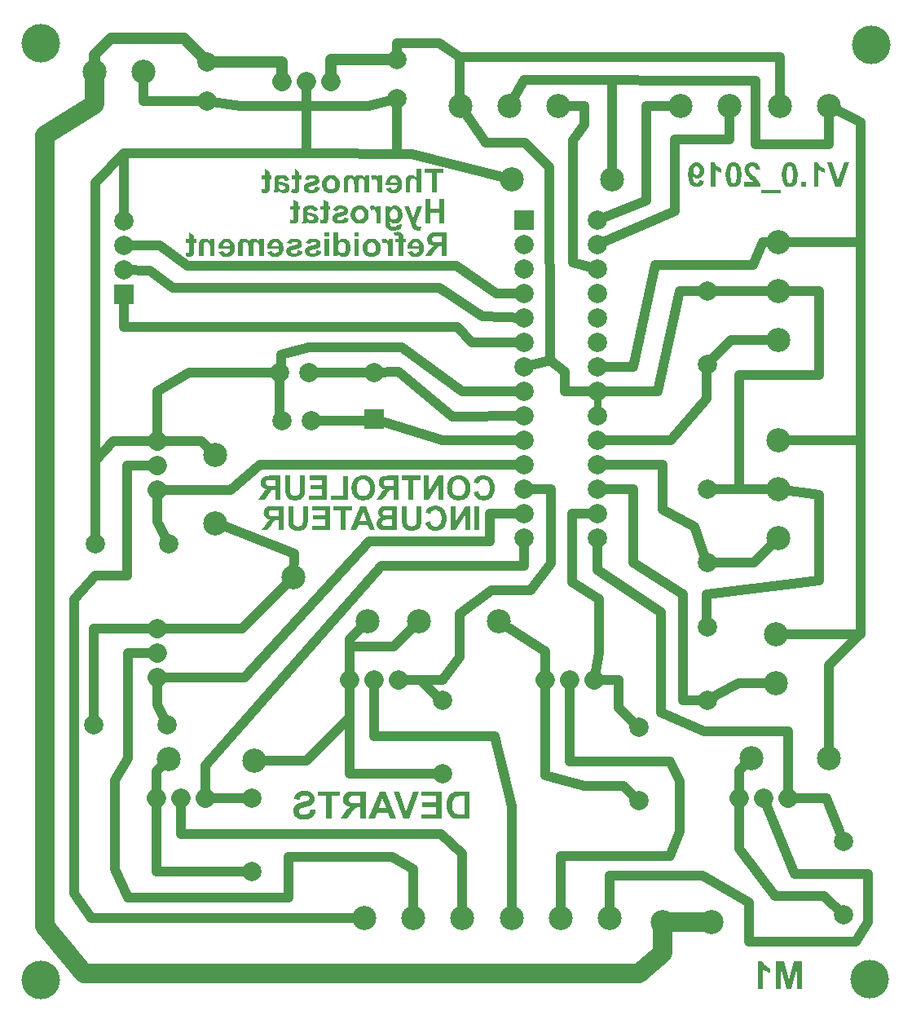
<source format=gbl>
G04 Layer: BottomLayer*
G04 EasyEDA v6.3.43, 2020-05-25T08:10:49+01:00*
G04 809d050b7b404b088306c213adac8bc8,fe6cc42eb16a44418a09de5ec01cb9e8,10*
G04 Gerber Generator version 0.2*
G04 Scale: 100 percent, Rotated: No, Reflected: No *
G04 Dimensions in millimeters *
G04 leading zeros omitted , absolute positions ,3 integer and 3 decimal *
%FSLAX33Y33*%
%MOMM*%
G90*
G71D02*

%ADD10C,0.799998*%
%ADD12C,2.499995*%
%ADD13C,3.999992*%
%ADD14C,1.999996*%
%ADD15R,1.999996X1.999996*%
%ADD16C,0.999998*%
%ADD17C,1.199998*%

%LPD*%
G54D16*
G01X40434Y95112D02*
G01X40434Y89778D01*
G01X12113Y82412D02*
G01X12113Y89016D01*
G01X12113Y77332D02*
G01X14780Y77205D01*
G01X17193Y75427D01*
G01X44879Y75427D01*
G01X49324Y72506D01*
G01X53690Y72369D01*
G01X40434Y95112D02*
G01X37513Y94350D01*
G01X30909Y94350D01*
G54D17*
G01X33576Y96890D02*
G01X33576Y99176D01*
G01X40434Y99176D01*
G54D16*
G01X14145Y97906D02*
G01X14145Y94858D01*
G01X20749Y94858D01*
G54D17*
G01X9065Y97906D02*
G01X9065Y99684D01*
G01X10716Y101335D01*
G01X18336Y101335D01*
G01X20749Y98922D01*
G01X20749Y98922D02*
G01X28496Y98922D01*
G01X28496Y96890D01*
G54D16*
G01X20749Y94858D02*
G01X24178Y94350D01*
G01X31036Y94350D01*
G01X31036Y96890D01*
G54D14*
G01X68041Y9631D02*
G01X68041Y6362D01*
G01X65628Y4297D01*
G01X7970Y4297D01*
G01X3858Y9133D01*
G01X3858Y88635D01*
G01X3858Y91302D01*
G01X9065Y94477D01*
G01X9065Y97906D01*
G01X68041Y9631D02*
G01X73121Y9631D01*
G54D16*
G01X12113Y74792D02*
G01X12113Y71363D01*
G01X46695Y71363D01*
G01X48229Y69829D01*
G01X53690Y69829D01*
G01X12113Y79872D02*
G01X15796Y79872D01*
G01X18717Y77713D01*
G01X43228Y77713D01*
G01X46657Y77713D01*
G01X50769Y74909D01*
G01X53690Y74909D01*
G01X9113Y57553D02*
G01X9113Y86398D01*
G01X12113Y89397D01*
G01X32433Y89397D01*
G01X15590Y57002D02*
G01X12415Y57002D01*
G01X12415Y45572D01*
G01X9113Y45572D01*
G01X6954Y43159D01*
G01X6954Y12552D01*
G01X8732Y10012D01*
G01X33624Y10012D01*
G01X37053Y10012D01*
G01X9113Y48874D02*
G01X9113Y57553D01*
G01X11018Y59542D01*
G01X15590Y59542D01*
G01X15590Y59542D02*
G01X20162Y59542D01*
G01X21559Y58145D01*
G01X15463Y22458D02*
G01X15463Y25252D01*
G01X16733Y26522D01*
G01X15463Y22458D02*
G01X15463Y14838D01*
G01X25369Y14838D01*
G01X20543Y22458D02*
G01X25369Y22458D01*
G01X15590Y40111D02*
G01X8986Y40111D01*
G01X8986Y30078D01*
G01X15590Y35031D02*
G01X15590Y32237D01*
G01X16606Y30078D01*
G01X15590Y54462D02*
G01X15590Y51160D01*
G01X16733Y48874D01*
G01X15590Y37571D02*
G01X12542Y37571D01*
G01X12542Y26649D01*
G01X11145Y24363D01*
G01X11145Y15092D01*
G01X12542Y12171D01*
G01X29179Y12171D01*
G01X29179Y14422D01*
G01X29179Y16362D01*
G01X31465Y16362D01*
G01X34132Y16362D01*
G01X39974Y16362D01*
G01X42133Y15125D01*
G01X42133Y10012D01*
G01X18003Y22458D02*
G01X18003Y18775D01*
G01X45054Y18775D01*
G01X47213Y16743D01*
G01X47213Y10012D01*
G01X62834Y86720D02*
G01X62834Y96753D01*
G01X31036Y96890D02*
G01X31036Y96890D01*
G01X31036Y89397D01*
G01X42006Y89387D01*
G01X52420Y86720D01*
G01X53690Y64749D02*
G01X48610Y64749D01*
G01X47213Y64749D01*
G01X40990Y69321D01*
G01X31338Y69321D01*
G01X28417Y68559D01*
G01X28417Y66781D01*
G01X28290Y66654D01*
G01X38069Y66680D02*
G01X40609Y66781D01*
G01X46197Y62082D01*
G01X53690Y62209D01*
G01X53690Y59669D02*
G01X45181Y59669D01*
G01X38069Y61803D01*
G01X31592Y61701D02*
G01X37815Y61701D01*
G01X31338Y66654D02*
G01X38044Y66654D01*
G01X38069Y66680D01*
G01X28290Y66654D02*
G01X18905Y66654D01*
G01X15590Y64749D01*
G01X15590Y59542D01*
G01X28290Y66654D02*
G01X28290Y61955D01*
G01X28544Y61701D01*
G01X15590Y40111D02*
G01X24353Y40111D01*
G01X29687Y45445D01*
G01X37434Y40873D02*
G01X35529Y38968D01*
G01X35529Y34777D01*
G01X76042Y22458D02*
G01X76042Y25379D01*
G01X77312Y26649D01*
G01X25623Y26395D02*
G01X31084Y26395D01*
G01X35529Y30840D01*
G01X35529Y34777D01*
G01X51150Y40746D02*
G01X55849Y37698D01*
G01X55849Y34777D01*
G01X35529Y34777D02*
G01X35529Y38206D01*
G01X40101Y38206D01*
G01X42768Y40873D01*
G01X29687Y45445D02*
G01X29814Y47858D01*
G01X21813Y51033D01*
G01X85313Y26649D02*
G01X85313Y36301D01*
G01X88615Y39603D01*
G01X86837Y10393D02*
G01X84805Y12298D01*
G01X79725Y12298D01*
G01X76042Y17251D01*
G01X76042Y22458D01*
G01X81122Y22458D02*
G01X85059Y22458D01*
G01X86837Y18013D01*
G01X65501Y22204D02*
G01X63977Y23728D01*
G01X59913Y23728D01*
G01X55849Y24810D01*
G01X55849Y34777D01*
G01X60929Y34777D02*
G01X63469Y34777D01*
G01X63469Y31856D01*
G01X65501Y29824D01*
G01X45054Y32618D02*
G01X42895Y34777D01*
G01X40609Y34777D01*
G01X45054Y24998D02*
G01X35529Y24998D01*
G01X35529Y34777D01*
G01X38069Y34777D02*
G01X38069Y28935D01*
G01X50642Y28935D01*
G01X52420Y21602D01*
G01X52420Y10012D01*
G01X58389Y34777D02*
G01X58389Y26268D01*
G01X68803Y26268D01*
G01X69819Y24236D01*
G01X69819Y19029D01*
G01X68803Y16489D01*
G01X57500Y16489D01*
G01X57500Y10012D01*
G01X78582Y22458D02*
G01X81757Y14584D01*
G01X89377Y14584D01*
G01X89377Y9598D01*
G01X88107Y7599D01*
G01X82265Y7599D01*
G01X77058Y7599D01*
G01X77058Y11663D01*
G01X72232Y14457D01*
G01X62580Y14457D01*
G01X62580Y10012D01*
G01X53690Y57129D02*
G01X44546Y57129D01*
G01X26258Y57129D01*
G01X23210Y54462D01*
G01X15590Y54462D01*
G01X53690Y52049D02*
G01X50134Y52049D01*
G01X50134Y49128D01*
G01X37561Y49128D01*
G01X24607Y35031D01*
G01X15590Y35031D01*
G01X53690Y49509D02*
G01X53690Y46588D01*
G01X38831Y46588D01*
G01X20543Y25887D01*
G01X20543Y22458D01*
G01X53690Y54589D02*
G01X56484Y54589D01*
G01X56484Y46885D01*
G01X54325Y44048D01*
G01X50261Y44048D01*
G01X46959Y41635D01*
G01X46959Y37106D01*
G01X45181Y34777D01*
G01X40609Y34777D01*
G01X61310Y52049D02*
G01X58643Y52049D01*
G01X58643Y44937D01*
G01X61437Y43159D01*
G01X61437Y37571D01*
G01X60929Y34777D01*
G01X61310Y49509D02*
G01X61310Y49509D01*
G01X61310Y46207D01*
G01X67914Y41762D01*
G01X67914Y39349D01*
G01X67914Y31348D01*
G01X72359Y29443D01*
G01X81122Y29443D01*
G01X81122Y22458D01*
G01X61310Y54589D02*
G01X64993Y54589D01*
G01X64993Y46969D01*
G01X70200Y43667D01*
G01X70200Y32618D01*
G01X72613Y32618D01*
G01X79852Y34396D02*
G01X75915Y34396D01*
G01X72613Y32618D01*
G01X80106Y54589D02*
G01X84297Y53954D01*
G01X84297Y45064D01*
G01X72613Y43667D01*
G01X72613Y40238D01*
G01X61310Y57129D02*
G01X68041Y57129D01*
G01X68041Y52430D01*
G01X71343Y50652D01*
G01X72613Y46969D01*
G01X72613Y46969D02*
G01X77566Y46969D01*
G01X80106Y49509D01*
G01X72613Y54589D02*
G01X80106Y54589D01*
G01X80106Y75163D02*
G01X84297Y75163D01*
G01X84297Y66400D01*
G01X76042Y66400D01*
G01X76042Y54589D01*
G01X80106Y54589D01*
G01X80106Y70083D02*
G01X75153Y70083D01*
G01X72613Y67543D01*
G01X61310Y59669D02*
G01X68930Y59669D01*
G01X72613Y63987D01*
G01X72613Y67543D01*
G01X61310Y67289D02*
G01X64993Y67289D01*
G01X67279Y77830D01*
G01X77439Y77830D01*
G01X78455Y80243D01*
G01X80106Y80243D01*
G01X80106Y75163D02*
G01X72613Y75163D01*
G01X61310Y64749D02*
G01X67533Y64749D01*
G01X69819Y75163D01*
G01X72613Y75163D01*
G01X61310Y64749D02*
G01X57881Y64749D01*
G01X57881Y66781D01*
G01X56357Y67924D01*
G54D10*
G01X61310Y62209D02*
G01X61310Y64749D01*
G54D16*
G01X47086Y94340D02*
G01X49705Y90540D01*
G01X53708Y90535D01*
G01X56309Y88000D01*
G01X56357Y67924D01*
G01X53690Y67289D01*
G01X61310Y77449D02*
G01X58770Y78084D01*
G01X58770Y90784D01*
G01X59913Y92435D01*
G01X59913Y94340D01*
G01X57246Y94340D01*
G01X57246Y94340D01*
G01X85313Y94340D02*
G01X85313Y90403D01*
G01X77693Y90403D01*
G01X77693Y97007D01*
G01X53642Y97017D01*
G01X52166Y94340D01*
G01X46959Y99420D02*
G01X44879Y100827D01*
G01X40434Y100827D01*
G01X40434Y99176D01*
G01X80233Y94340D02*
G01X80233Y99420D01*
G01X46959Y99420D01*
G01X46959Y94467D01*
G01X47086Y94340D01*
G01X88615Y59669D02*
G01X88615Y39476D01*
G01X79852Y39476D01*
G01X88615Y80243D02*
G01X88615Y59669D01*
G01X80106Y59669D01*
G01X85313Y94340D02*
G01X88615Y92689D01*
G01X88615Y80243D01*
G01X80106Y80243D01*
G01X75026Y94340D02*
G01X75026Y94340D01*
G01X75026Y90911D01*
G01X69311Y90911D01*
G01X69311Y83418D01*
G01X61310Y79989D01*
G01X69946Y94340D02*
G01X66390Y94340D01*
G01X66390Y87609D01*
G01X66390Y84561D01*
G01X61310Y82529D01*

%LPD*%
G36*
G01X34516Y23172D02*
G01X32242Y23172D01*
G01X32242Y22689D01*
G01X33088Y22689D01*
G01X33088Y20309D01*
G01X33667Y20309D01*
G01X33667Y22689D01*
G01X34516Y22689D01*
G01X34516Y23172D01*
G37*

%LPD*%
G36*
G01X37198Y23172D02*
G01X35981Y23172D01*
G01X35835Y23170D01*
G01X35703Y23163D01*
G01X35585Y23153D01*
G01X35481Y23138D01*
G01X35391Y23119D01*
G01X35316Y23096D01*
G01X35217Y23050D01*
G01X35128Y22989D01*
G01X35049Y22913D01*
G01X34980Y22821D01*
G01X34926Y22719D01*
G01X34887Y22610D01*
G01X34864Y22493D01*
G01X34856Y22369D01*
G01X34868Y22215D01*
G01X34904Y22075D01*
G01X34963Y21950D01*
G01X35046Y21838D01*
G01X35114Y21772D01*
G01X35193Y21715D01*
G01X35282Y21667D01*
G01X35382Y21627D01*
G01X35492Y21597D01*
G01X35613Y21574D01*
G01X35523Y21517D01*
G01X35441Y21458D01*
G01X35368Y21396D01*
G01X35303Y21333D01*
G01X35236Y21254D01*
G01X35159Y21151D01*
G01X35071Y21022D01*
G01X34973Y20868D01*
G01X34625Y20309D01*
G01X35316Y20309D01*
G01X35735Y20932D01*
G01X35836Y21084D01*
G01X35921Y21204D01*
G01X35988Y21294D01*
G01X36037Y21353D01*
G01X36079Y21393D01*
G01X36123Y21426D01*
G01X36167Y21453D01*
G01X36212Y21473D01*
G01X36330Y21498D01*
G01X36502Y21506D01*
G01X36621Y21506D01*
G01X36621Y20309D01*
G01X37198Y20309D01*
G01X37198Y23172D01*
G37*

%LPC*%
G36*
G01X36621Y22689D02*
G01X36011Y22689D01*
G01X35888Y22687D01*
G01X35800Y22684D01*
G01X35747Y22679D01*
G01X35623Y22640D01*
G01X35529Y22567D01*
G01X35472Y22464D01*
G01X35453Y22334D01*
G01X35456Y22272D01*
G01X35468Y22215D01*
G01X35486Y22164D01*
G01X35511Y22118D01*
G01X35543Y22078D01*
G01X35581Y22044D01*
G01X35625Y22017D01*
G01X35674Y21996D01*
G01X35744Y21982D01*
G01X35854Y21971D01*
G01X36003Y21965D01*
G01X36192Y21963D01*
G01X36621Y21963D01*
G01X36621Y22689D01*
G37*

%LPD*%
G36*
G01X39265Y23172D02*
G01X38653Y23172D01*
G01X37508Y20309D01*
G01X38135Y20309D01*
G01X38387Y20960D01*
G01X39530Y20960D01*
G01X39766Y20309D01*
G01X40380Y20309D01*
G01X39265Y23172D01*
G37*

%LPC*%
G36*
G01X39352Y21442D02*
G01X38966Y22504D01*
G01X38572Y21442D01*
G01X39352Y21442D01*
G37*

%LPD*%
G36*
G01X40700Y23172D02*
G01X40086Y23172D01*
G01X41112Y20309D01*
G01X41729Y20309D01*
G01X42753Y23172D01*
G01X42125Y23172D01*
G01X41402Y21054D01*
G01X40700Y23172D01*
G37*

%LPD*%
G36*
G01X45128Y23172D02*
G01X43004Y23172D01*
G01X43004Y22689D01*
G01X44551Y22689D01*
G01X44551Y22054D01*
G01X43113Y22054D01*
G01X43113Y21572D01*
G01X44551Y21572D01*
G01X44551Y20792D01*
G01X42951Y20792D01*
G01X42951Y20309D01*
G01X45128Y20309D01*
G01X45128Y23172D01*
G37*

%LPD*%
G36*
G01X48018Y23172D02*
G01X46962Y23172D01*
G01X46793Y23168D01*
G01X46647Y23159D01*
G01X46522Y23142D01*
G01X46418Y23119D01*
G01X46296Y23074D01*
G01X46183Y23015D01*
G01X46080Y22942D01*
G01X45986Y22854D01*
G01X45901Y22754D01*
G01X45827Y22643D01*
G01X45764Y22522D01*
G01X45712Y22390D01*
G01X45683Y22295D01*
G01X45660Y22192D01*
G01X45641Y22083D01*
G01X45629Y21967D01*
G01X45620Y21844D01*
G01X45618Y21714D01*
G01X45623Y21543D01*
G01X45640Y21385D01*
G01X45668Y21238D01*
G01X45707Y21104D01*
G01X45766Y20956D01*
G01X45836Y20822D01*
G01X45918Y20703D01*
G01X46012Y20599D01*
G01X46094Y20529D01*
G01X46189Y20468D01*
G01X46297Y20415D01*
G01X46418Y20370D01*
G01X46523Y20343D01*
G01X46643Y20325D01*
G01X46779Y20313D01*
G01X46931Y20309D01*
G01X48018Y20309D01*
G01X48018Y23172D01*
G37*

%LPC*%
G36*
G01X47442Y22689D02*
G01X47180Y22689D01*
G01X47018Y22688D01*
G01X46885Y22682D01*
G01X46780Y22674D01*
G01X46705Y22661D01*
G01X46558Y22610D01*
G01X46438Y22527D01*
G01X46345Y22408D01*
G01X46276Y22250D01*
G01X46249Y22151D01*
G01X46230Y22033D01*
G01X46218Y21896D01*
G01X46215Y21739D01*
G01X46218Y21582D01*
G01X46230Y21442D01*
G01X46249Y21319D01*
G01X46276Y21214D01*
G01X46342Y21049D01*
G01X46426Y20939D01*
G01X46531Y20868D01*
G01X46659Y20820D01*
G01X46800Y20799D01*
G01X47010Y20792D01*
G01X47442Y20792D01*
G01X47442Y22689D01*
G37*

%LPD*%
G36*
G01X31025Y23214D02*
G01X30866Y23220D01*
G01X30735Y23217D01*
G01X30613Y23205D01*
G01X30499Y23187D01*
G01X30394Y23161D01*
G01X30297Y23128D01*
G01X30208Y23087D01*
G01X30127Y23039D01*
G01X30055Y22984D01*
G01X29972Y22901D01*
G01X29902Y22809D01*
G01X29848Y22708D01*
G01X29807Y22599D01*
G01X29780Y22481D01*
G01X29768Y22354D01*
G01X30347Y22329D01*
G01X30404Y22519D01*
G01X30505Y22646D01*
G01X30573Y22688D01*
G01X30658Y22718D01*
G01X30758Y22737D01*
G01X30873Y22743D01*
G01X30992Y22736D01*
G01X31097Y22717D01*
G01X31189Y22684D01*
G01X31267Y22639D01*
G01X31307Y22602D01*
G01X31335Y22561D01*
G01X31353Y22514D01*
G01X31358Y22461D01*
G01X31353Y22412D01*
G01X31336Y22367D01*
G01X31310Y22326D01*
G01X31272Y22288D01*
G01X31198Y22242D01*
G01X31085Y22195D01*
G01X30933Y22147D01*
G01X30741Y22098D01*
G01X30607Y22063D01*
G01X30484Y22029D01*
G01X30374Y21994D01*
G01X30276Y21960D01*
G01X30190Y21925D01*
G01X30116Y21889D01*
G01X30021Y21832D01*
G01X29937Y21765D01*
G01X29864Y21687D01*
G01X29801Y21600D01*
G01X29752Y21502D01*
G01X29715Y21392D01*
G01X29694Y21273D01*
G01X29687Y21142D01*
G01X29696Y21022D01*
G01X29721Y20904D01*
G01X29764Y20791D01*
G01X29824Y20683D01*
G01X29900Y20582D01*
G01X29989Y20495D01*
G01X30093Y20422D01*
G01X30210Y20363D01*
G01X30297Y20331D01*
G01X30390Y20305D01*
G01X30490Y20284D01*
G01X30597Y20270D01*
G01X30712Y20262D01*
G01X30833Y20259D01*
G01X30965Y20263D01*
G01X31089Y20274D01*
G01X31205Y20294D01*
G01X31313Y20322D01*
G01X31414Y20357D01*
G01X31507Y20400D01*
G01X31591Y20451D01*
G01X31668Y20510D01*
G01X31758Y20600D01*
G01X31835Y20703D01*
G01X31899Y20818D01*
G01X31951Y20947D01*
G01X31989Y21088D01*
G01X32014Y21242D01*
G01X31452Y21295D01*
G01X31420Y21163D01*
G01X31376Y21051D01*
G01X31318Y20956D01*
G01X31247Y20881D01*
G01X31162Y20822D01*
G01X31064Y20780D01*
G01X30953Y20755D01*
G01X30827Y20746D01*
G01X30696Y20754D01*
G01X30582Y20776D01*
G01X30486Y20813D01*
G01X30406Y20866D01*
G01X30299Y20993D01*
G01X30264Y21142D01*
G01X30267Y21191D01*
G01X30279Y21236D01*
G01X30298Y21278D01*
G01X30325Y21315D01*
G01X30360Y21350D01*
G01X30406Y21381D01*
G01X30464Y21410D01*
G01X30533Y21437D01*
G01X30600Y21458D01*
G01X30699Y21486D01*
G01X30831Y21522D01*
G01X30995Y21564D01*
G01X31142Y21604D01*
G01X31274Y21646D01*
G01X31391Y21692D01*
G01X31492Y21740D01*
G01X31577Y21792D01*
G01X31648Y21846D01*
G01X31729Y21928D01*
G01X31795Y22015D01*
G01X31846Y22108D01*
G01X31883Y22207D01*
G01X31905Y22312D01*
G01X31912Y22423D01*
G01X31904Y22530D01*
G01X31881Y22634D01*
G01X31842Y22735D01*
G01X31788Y22832D01*
G01X31719Y22921D01*
G01X31636Y22999D01*
G01X31540Y23066D01*
G01X31429Y23121D01*
G01X31307Y23164D01*
G01X31171Y23195D01*
G01X31025Y23214D01*
G37*

%LPD*%

%LPD*%
G36*
G01X28346Y55951D02*
G01X27282Y55951D01*
G01X27095Y55947D01*
G01X26936Y55934D01*
G01X26804Y55914D01*
G01X26700Y55885D01*
G01X26613Y55844D01*
G01X26535Y55790D01*
G01X26467Y55723D01*
G01X26408Y55643D01*
G01X26360Y55554D01*
G01X26326Y55458D01*
G01X26305Y55357D01*
G01X26299Y55250D01*
G01X26309Y55114D01*
G01X26340Y54992D01*
G01X26392Y54881D01*
G01X26464Y54782D01*
G01X26557Y54699D01*
G01X26670Y54633D01*
G01X26804Y54584D01*
G01X26959Y54551D01*
G01X26811Y54452D01*
G01X26690Y54343D01*
G01X26631Y54273D01*
G01X26563Y54182D01*
G01X26486Y54069D01*
G01X26400Y53934D01*
G01X26095Y53446D01*
G01X26700Y53446D01*
G01X27066Y53992D01*
G01X27156Y54125D01*
G01X27230Y54231D01*
G01X27289Y54309D01*
G01X27332Y54361D01*
G01X27369Y54396D01*
G01X27406Y54425D01*
G01X27445Y54448D01*
G01X27485Y54465D01*
G01X27588Y54486D01*
G01X27739Y54493D01*
G01X27840Y54493D01*
G01X27840Y53446D01*
G01X28346Y53446D01*
G01X28346Y55951D01*
G37*

%LPC*%
G36*
G01X27840Y55526D02*
G01X27447Y55526D01*
G01X27201Y55524D01*
G01X27078Y55519D01*
G01X27020Y55505D01*
G01X26969Y55484D01*
G01X26925Y55455D01*
G01X26888Y55420D01*
G01X26858Y55379D01*
G01X26837Y55331D01*
G01X26823Y55277D01*
G01X26819Y55217D01*
G01X26822Y55163D01*
G01X26832Y55114D01*
G01X26848Y55069D01*
G01X26870Y55029D01*
G01X26898Y54994D01*
G01X26931Y54964D01*
G01X26969Y54940D01*
G01X27012Y54922D01*
G01X27075Y54909D01*
G01X27172Y54899D01*
G01X27302Y54893D01*
G01X27467Y54891D01*
G01X27840Y54891D01*
G01X27840Y55526D01*
G37*

%LPD*%
G36*
G01X33210Y55951D02*
G01X31353Y55951D01*
G01X31353Y55526D01*
G01X32705Y55526D01*
G01X32705Y54973D01*
G01X31447Y54973D01*
G01X31447Y54551D01*
G01X32705Y54551D01*
G01X32705Y53868D01*
G01X31305Y53868D01*
G01X31305Y53446D01*
G01X33210Y53446D01*
G01X33210Y55951D01*
G37*

%LPD*%
G36*
G01X35336Y55930D02*
G01X34831Y55930D01*
G01X34831Y53868D01*
G01X33571Y53868D01*
G01X33571Y53446D01*
G01X35336Y53446D01*
G01X35336Y55930D01*
G37*

%LPD*%
G36*
G01X40596Y55951D02*
G01X39532Y55951D01*
G01X39345Y55947D01*
G01X39186Y55934D01*
G01X39053Y55914D01*
G01X38948Y55885D01*
G01X38862Y55844D01*
G01X38785Y55790D01*
G01X38717Y55723D01*
G01X38658Y55643D01*
G01X38611Y55554D01*
G01X38577Y55458D01*
G01X38556Y55357D01*
G01X38549Y55250D01*
G01X38559Y55114D01*
G01X38590Y54992D01*
G01X38642Y54881D01*
G01X38714Y54782D01*
G01X38807Y54699D01*
G01X38920Y54633D01*
G01X39055Y54584D01*
G01X39209Y54551D01*
G01X39059Y54452D01*
G01X38938Y54343D01*
G01X38880Y54273D01*
G01X38813Y54182D01*
G01X38736Y54069D01*
G01X38651Y53934D01*
G01X38346Y53446D01*
G01X38950Y53446D01*
G01X39316Y53992D01*
G01X39405Y54125D01*
G01X39479Y54231D01*
G01X39539Y54309D01*
G01X39583Y54361D01*
G01X39619Y54396D01*
G01X39657Y54425D01*
G01X39695Y54448D01*
G01X39735Y54465D01*
G01X39838Y54486D01*
G01X39989Y54493D01*
G01X40091Y54493D01*
G01X40091Y53446D01*
G01X40596Y53446D01*
G01X40596Y55951D01*
G37*

%LPC*%
G36*
G01X40091Y55526D02*
G01X39697Y55526D01*
G01X39451Y55524D01*
G01X39326Y55519D01*
G01X39269Y55505D01*
G01X39218Y55484D01*
G01X39173Y55455D01*
G01X39136Y55420D01*
G01X39107Y55379D01*
G01X39087Y55331D01*
G01X39074Y55277D01*
G01X39070Y55217D01*
G01X39073Y55163D01*
G01X39082Y55114D01*
G01X39098Y55069D01*
G01X39121Y55029D01*
G01X39149Y54994D01*
G01X39182Y54964D01*
G01X39220Y54940D01*
G01X39263Y54922D01*
G01X39325Y54909D01*
G01X39421Y54899D01*
G01X39552Y54893D01*
G01X39717Y54891D01*
G01X40091Y54891D01*
G01X40091Y55526D01*
G37*

%LPD*%
G36*
G01X42915Y55951D02*
G01X40924Y55951D01*
G01X40924Y55526D01*
G01X41668Y55526D01*
G01X41668Y53446D01*
G01X42174Y53446D01*
G01X42174Y55526D01*
G01X42915Y55526D01*
G01X42915Y55951D01*
G37*

%LPD*%
G36*
G01X43741Y55951D02*
G01X43271Y55951D01*
G01X43271Y53446D01*
G01X43779Y53446D01*
G01X44790Y55079D01*
G01X44790Y53446D01*
G01X45260Y53446D01*
G01X45260Y55951D01*
G01X44767Y55951D01*
G01X43741Y54279D01*
G01X43741Y55951D01*
G37*

%LPD*%
G36*
G01X29387Y55951D02*
G01X28882Y55951D01*
G01X28882Y54635D01*
G01X28883Y54492D01*
G01X28886Y54364D01*
G01X28892Y54251D01*
G01X28900Y54152D01*
G01X28910Y54067D01*
G01X28922Y53997D01*
G01X28981Y53827D01*
G01X29075Y53685D01*
G01X29203Y53569D01*
G01X29370Y53479D01*
G01X29468Y53446D01*
G01X29582Y53422D01*
G01X29709Y53408D01*
G01X29852Y53403D01*
G01X30020Y53408D01*
G01X30167Y53424D01*
G01X30292Y53450D01*
G01X30396Y53487D01*
G01X30561Y53581D01*
G01X30688Y53703D01*
G01X30778Y53838D01*
G01X30830Y53980D01*
G01X30846Y54057D01*
G01X30858Y54146D01*
G01X30868Y54246D01*
G01X30875Y54358D01*
G01X30879Y54480D01*
G01X30881Y54615D01*
G01X30881Y55951D01*
G01X30373Y55951D01*
G01X30373Y54594D01*
G01X30372Y54447D01*
G01X30368Y54328D01*
G01X30363Y54238D01*
G01X30355Y54175D01*
G01X30300Y54037D01*
G01X30200Y53929D01*
G01X30056Y53858D01*
G01X29867Y53835D01*
G01X29678Y53857D01*
G01X29542Y53924D01*
G01X29455Y54022D01*
G01X29410Y54140D01*
G01X29400Y54215D01*
G01X29393Y54311D01*
G01X29389Y54428D01*
G01X29387Y54566D01*
G01X29387Y55951D01*
G37*

%LPD*%
G36*
G01X37110Y55988D02*
G01X36962Y55994D01*
G01X36826Y55989D01*
G01X36698Y55972D01*
G01X36578Y55946D01*
G01X36463Y55908D01*
G01X36356Y55860D01*
G01X36255Y55801D01*
G01X36162Y55731D01*
G01X36075Y55651D01*
G01X35997Y55561D01*
G01X35929Y55462D01*
G01X35872Y55356D01*
G01X35826Y55241D01*
G01X35789Y55117D01*
G01X35763Y54985D01*
G01X35747Y54845D01*
G01X35742Y54696D01*
G01X35747Y54548D01*
G01X35763Y54409D01*
G01X35789Y54278D01*
G01X35825Y54155D01*
G01X35871Y54040D01*
G01X35928Y53934D01*
G01X35995Y53836D01*
G01X36073Y53746D01*
G01X36158Y53666D01*
G01X36252Y53596D01*
G01X36351Y53537D01*
G01X36459Y53489D01*
G01X36572Y53451D01*
G01X36694Y53424D01*
G01X36821Y53409D01*
G01X36957Y53403D01*
G01X37093Y53409D01*
G01X37222Y53424D01*
G01X37343Y53451D01*
G01X37457Y53488D01*
G01X37565Y53536D01*
G01X37665Y53595D01*
G01X37758Y53664D01*
G01X37843Y53743D01*
G01X37920Y53833D01*
G01X37987Y53931D01*
G01X38044Y54036D01*
G01X38091Y54150D01*
G01X38127Y54271D01*
G01X38152Y54401D01*
G01X38168Y54538D01*
G01X38173Y54683D01*
G01X38170Y54808D01*
G01X38160Y54925D01*
G01X38145Y55036D01*
G01X38122Y55139D01*
G01X38094Y55236D01*
G01X38059Y55326D01*
G01X38013Y55419D01*
G01X37959Y55507D01*
G01X37896Y55590D01*
G01X37825Y55669D01*
G01X37750Y55740D01*
G01X37671Y55801D01*
G01X37588Y55853D01*
G01X37503Y55895D01*
G01X37381Y55938D01*
G01X37251Y55969D01*
G01X37110Y55988D01*
G37*

%LPC*%
G36*
G01X37105Y55549D02*
G01X36957Y55562D01*
G01X36808Y55549D01*
G01X36675Y55509D01*
G01X36558Y55444D01*
G01X36456Y55351D01*
G01X36398Y55274D01*
G01X36350Y55185D01*
G01X36313Y55084D01*
G01X36287Y54971D01*
G01X36271Y54846D01*
G01X36266Y54709D01*
G01X36271Y54569D01*
G01X36287Y54441D01*
G01X36314Y54327D01*
G01X36352Y54223D01*
G01X36401Y54132D01*
G01X36461Y54053D01*
G01X36564Y53958D01*
G01X36682Y53890D01*
G01X36812Y53849D01*
G01X36957Y53835D01*
G01X37101Y53849D01*
G01X37233Y53890D01*
G01X37351Y53959D01*
G01X37457Y54056D01*
G01X37517Y54135D01*
G01X37566Y54224D01*
G01X37604Y54327D01*
G01X37631Y54440D01*
G01X37647Y54564D01*
G01X37652Y54701D01*
G01X37647Y54839D01*
G01X37631Y54965D01*
G01X37605Y55079D01*
G01X37568Y55180D01*
G01X37520Y55271D01*
G01X37462Y55349D01*
G01X37358Y55442D01*
G01X37239Y55509D01*
G01X37105Y55549D01*
G37*

%LPD*%
G36*
G01X47026Y55988D02*
G01X46878Y55994D01*
G01X46743Y55989D01*
G01X46615Y55972D01*
G01X46494Y55946D01*
G01X46379Y55908D01*
G01X46272Y55860D01*
G01X46172Y55801D01*
G01X46078Y55731D01*
G01X45991Y55651D01*
G01X45914Y55561D01*
G01X45845Y55462D01*
G01X45789Y55356D01*
G01X45742Y55241D01*
G01X45705Y55117D01*
G01X45679Y54985D01*
G01X45664Y54845D01*
G01X45659Y54696D01*
G01X45664Y54548D01*
G01X45679Y54409D01*
G01X45705Y54278D01*
G01X45741Y54155D01*
G01X45788Y54040D01*
G01X45844Y53934D01*
G01X45912Y53836D01*
G01X45989Y53746D01*
G01X46075Y53666D01*
G01X46168Y53596D01*
G01X46268Y53537D01*
G01X46374Y53489D01*
G01X46488Y53451D01*
G01X46609Y53424D01*
G01X46736Y53409D01*
G01X46870Y53403D01*
G01X47006Y53409D01*
G01X47135Y53424D01*
G01X47257Y53451D01*
G01X47372Y53488D01*
G01X47479Y53536D01*
G01X47580Y53595D01*
G01X47673Y53664D01*
G01X47759Y53743D01*
G01X47836Y53833D01*
G01X47903Y53931D01*
G01X47960Y54036D01*
G01X48007Y54150D01*
G01X48043Y54271D01*
G01X48068Y54401D01*
G01X48084Y54538D01*
G01X48089Y54683D01*
G01X48086Y54808D01*
G01X48077Y54925D01*
G01X48061Y55036D01*
G01X48039Y55139D01*
G01X48010Y55236D01*
G01X47975Y55326D01*
G01X47928Y55419D01*
G01X47873Y55507D01*
G01X47811Y55590D01*
G01X47741Y55669D01*
G01X47666Y55740D01*
G01X47587Y55801D01*
G01X47505Y55853D01*
G01X47419Y55895D01*
G01X47296Y55938D01*
G01X47165Y55969D01*
G01X47026Y55988D01*
G37*

%LPC*%
G36*
G01X47022Y55549D02*
G01X46873Y55562D01*
G01X46724Y55549D01*
G01X46591Y55509D01*
G01X46473Y55444D01*
G01X46370Y55351D01*
G01X46312Y55274D01*
G01X46265Y55185D01*
G01X46229Y55084D01*
G01X46203Y54971D01*
G01X46187Y54846D01*
G01X46182Y54709D01*
G01X46187Y54569D01*
G01X46203Y54441D01*
G01X46230Y54327D01*
G01X46268Y54223D01*
G01X46316Y54132D01*
G01X46375Y54053D01*
G01X46479Y53958D01*
G01X46597Y53890D01*
G01X46728Y53849D01*
G01X46873Y53835D01*
G01X47017Y53849D01*
G01X47149Y53890D01*
G01X47266Y53959D01*
G01X47371Y54056D01*
G01X47431Y54135D01*
G01X47481Y54224D01*
G01X47519Y54327D01*
G01X47547Y54440D01*
G01X47563Y54564D01*
G01X47569Y54701D01*
G01X47563Y54839D01*
G01X47547Y54965D01*
G01X47520Y55079D01*
G01X47483Y55180D01*
G01X47435Y55271D01*
G01X47376Y55349D01*
G01X47273Y55442D01*
G01X47155Y55509D01*
G01X47022Y55549D01*
G37*

%LPD*%
G36*
G01X49559Y55988D02*
G01X49430Y55994D01*
G01X49282Y55986D01*
G01X49143Y55964D01*
G01X49014Y55926D01*
G01X48894Y55873D01*
G01X48784Y55805D01*
G01X48684Y55722D01*
G01X48604Y55633D01*
G01X48534Y55527D01*
G01X48475Y55404D01*
G01X48427Y55262D01*
G01X48928Y55140D01*
G01X48956Y55233D01*
G01X48997Y55316D01*
G01X49049Y55388D01*
G01X49113Y55450D01*
G01X49188Y55499D01*
G01X49270Y55534D01*
G01X49359Y55555D01*
G01X49456Y55562D01*
G01X49589Y55549D01*
G01X49709Y55512D01*
G01X49815Y55449D01*
G01X49908Y55361D01*
G01X49961Y55288D01*
G01X50005Y55201D01*
G01X50040Y55100D01*
G01X50064Y54985D01*
G01X50078Y54856D01*
G01X50083Y54714D01*
G01X50079Y54563D01*
G01X50064Y54428D01*
G01X50040Y54307D01*
G01X50007Y54202D01*
G01X49963Y54113D01*
G01X49911Y54038D01*
G01X49819Y53949D01*
G01X49714Y53886D01*
G01X49597Y53848D01*
G01X49466Y53835D01*
G01X49369Y53843D01*
G01X49280Y53867D01*
G01X49196Y53907D01*
G01X49121Y53964D01*
G01X49054Y54037D01*
G01X48996Y54129D01*
G01X48949Y54239D01*
G01X48912Y54368D01*
G01X48422Y54211D01*
G01X48464Y54080D01*
G01X48513Y53961D01*
G01X48571Y53855D01*
G01X48637Y53759D01*
G01X48713Y53676D01*
G01X48795Y53604D01*
G01X48886Y53542D01*
G01X48985Y53492D01*
G01X49093Y53453D01*
G01X49207Y53425D01*
G01X49330Y53409D01*
G01X49461Y53403D01*
G01X49583Y53409D01*
G01X49700Y53424D01*
G01X49811Y53451D01*
G01X49916Y53488D01*
G01X50016Y53536D01*
G01X50110Y53595D01*
G01X50199Y53664D01*
G01X50281Y53743D01*
G01X50357Y53833D01*
G01X50423Y53930D01*
G01X50478Y54035D01*
G01X50523Y54148D01*
G01X50559Y54268D01*
G01X50584Y54396D01*
G01X50599Y54532D01*
G01X50604Y54676D01*
G01X50599Y54828D01*
G01X50584Y54972D01*
G01X50559Y55106D01*
G01X50523Y55232D01*
G01X50478Y55350D01*
G01X50423Y55458D01*
G01X50357Y55557D01*
G01X50281Y55648D01*
G01X50197Y55729D01*
G01X50106Y55800D01*
G01X50010Y55859D01*
G01X49906Y55907D01*
G01X49797Y55945D01*
G01X49681Y55972D01*
G01X49559Y55988D01*
G37*

%LPD*%

%LPD*%
G36*
G01X28656Y52801D02*
G01X27592Y52801D01*
G01X27405Y52797D01*
G01X27245Y52785D01*
G01X27112Y52764D01*
G01X27007Y52735D01*
G01X26920Y52694D01*
G01X26843Y52640D01*
G01X26775Y52573D01*
G01X26715Y52494D01*
G01X26667Y52404D01*
G01X26633Y52309D01*
G01X26613Y52208D01*
G01X26606Y52100D01*
G01X26617Y51965D01*
G01X26648Y51842D01*
G01X26700Y51731D01*
G01X26774Y51633D01*
G01X26867Y51550D01*
G01X26980Y51483D01*
G01X27114Y51434D01*
G01X27269Y51401D01*
G01X27119Y51302D01*
G01X26997Y51193D01*
G01X26939Y51124D01*
G01X26872Y51033D01*
G01X26795Y50919D01*
G01X26710Y50784D01*
G01X26403Y50297D01*
G01X27007Y50297D01*
G01X27373Y50843D01*
G01X27463Y50975D01*
G01X27538Y51081D01*
G01X27597Y51159D01*
G01X27640Y51211D01*
G01X27677Y51246D01*
G01X27715Y51275D01*
G01X27753Y51298D01*
G01X27792Y51315D01*
G01X27897Y51336D01*
G01X28049Y51343D01*
G01X28150Y51343D01*
G01X28150Y50297D01*
G01X28656Y50297D01*
G01X28656Y52801D01*
G37*

%LPC*%
G36*
G01X28150Y52377D02*
G01X27754Y52377D01*
G01X27508Y52375D01*
G01X27386Y52369D01*
G01X27328Y52356D01*
G01X27277Y52334D01*
G01X27233Y52306D01*
G01X27195Y52270D01*
G01X27166Y52229D01*
G01X27146Y52181D01*
G01X27133Y52127D01*
G01X27129Y52067D01*
G01X27132Y52013D01*
G01X27142Y51964D01*
G01X27158Y51919D01*
G01X27180Y51879D01*
G01X27208Y51844D01*
G01X27241Y51814D01*
G01X27279Y51791D01*
G01X27322Y51772D01*
G01X27384Y51759D01*
G01X27480Y51749D01*
G01X27611Y51744D01*
G01X27777Y51742D01*
G01X28150Y51742D01*
G01X28150Y52377D01*
G37*

%LPD*%
G36*
G01X33520Y52801D02*
G01X31663Y52801D01*
G01X31663Y52377D01*
G01X33014Y52377D01*
G01X33014Y51823D01*
G01X31757Y51823D01*
G01X31757Y51401D01*
G01X33014Y51401D01*
G01X33014Y50718D01*
G01X31615Y50718D01*
G01X31615Y50297D01*
G01X33520Y50297D01*
G01X33520Y52801D01*
G37*

%LPD*%
G36*
G01X35836Y52801D02*
G01X33845Y52801D01*
G01X33845Y52377D01*
G01X34587Y52377D01*
G01X34587Y50297D01*
G01X35095Y50297D01*
G01X35095Y52377D01*
G01X35836Y52377D01*
G01X35836Y52801D01*
G37*

%LPD*%
G36*
G01X37205Y52801D02*
G01X36669Y52801D01*
G01X35666Y50297D01*
G01X36217Y50297D01*
G01X36436Y50866D01*
G01X37437Y50866D01*
G01X37642Y50297D01*
G01X38181Y50297D01*
G01X37205Y52801D01*
G37*

%LPC*%
G36*
G01X37282Y51287D02*
G01X36944Y52217D01*
G01X36598Y51287D01*
G01X37282Y51287D01*
G37*

%LPD*%
G36*
G01X40452Y52801D02*
G01X39451Y52801D01*
G01X39312Y52799D01*
G01X39191Y52795D01*
G01X39089Y52788D01*
G01X39006Y52778D01*
G01X38869Y52740D01*
G01X38745Y52674D01*
G01X38640Y52582D01*
G01X38552Y52463D01*
G01X38495Y52326D01*
G01X38475Y52171D01*
G01X38499Y52003D01*
G01X38569Y51849D01*
G01X38683Y51719D01*
G01X38828Y51628D01*
G01X38721Y51588D01*
G01X38626Y51538D01*
G01X38544Y51476D01*
G01X38475Y51401D01*
G01X38422Y51317D01*
G01X38384Y51226D01*
G01X38361Y51128D01*
G01X38354Y51023D01*
G01X38373Y50855D01*
G01X38432Y50690D01*
G01X38526Y50544D01*
G01X38648Y50431D01*
G01X38803Y50354D01*
G01X38989Y50314D01*
G01X39074Y50308D01*
G01X39204Y50302D01*
G01X39379Y50299D01*
G01X39598Y50297D01*
G01X40452Y50297D01*
G01X40452Y52801D01*
G37*

%LPC*%
G36*
G01X39946Y52384D02*
G01X39493Y52384D01*
G01X39368Y52382D01*
G01X39278Y52380D01*
G01X39222Y52377D01*
G01X39163Y52366D01*
G01X39111Y52347D01*
G01X39067Y52321D01*
G01X39032Y52288D01*
G01X39004Y52249D01*
G01X38984Y52206D01*
G01X38972Y52155D01*
G01X38968Y52100D01*
G01X38973Y52042D01*
G01X38986Y51990D01*
G01X39010Y51944D01*
G01X39042Y51904D01*
G01X39082Y51871D01*
G01X39130Y51845D01*
G01X39185Y51825D01*
G01X39248Y51813D01*
G01X39375Y51807D01*
G01X39613Y51805D01*
G01X39946Y51805D01*
G01X39946Y52384D01*
G37*
G36*
G01X39946Y51389D02*
G01X39537Y51389D01*
G01X39380Y51387D01*
G01X39252Y51380D01*
G01X39155Y51369D01*
G01X39088Y51353D01*
G01X39040Y51333D01*
G01X38998Y51307D01*
G01X38961Y51275D01*
G01X38930Y51239D01*
G01X38907Y51197D01*
G01X38890Y51152D01*
G01X38880Y51101D01*
G01X38877Y51046D01*
G01X38881Y50983D01*
G01X38894Y50927D01*
G01X38915Y50878D01*
G01X38945Y50835D01*
G01X38983Y50798D01*
G01X39027Y50769D01*
G01X39076Y50748D01*
G01X39131Y50733D01*
G01X39254Y50722D01*
G01X39476Y50718D01*
G01X39946Y50718D01*
G01X39946Y51389D01*
G37*

%LPD*%
G36*
G01X46512Y52801D02*
G01X46042Y52801D01*
G01X46042Y50297D01*
G01X46550Y50297D01*
G01X47561Y51930D01*
G01X47561Y50297D01*
G01X48031Y50297D01*
G01X48031Y52801D01*
G01X47538Y52801D01*
G01X46512Y51130D01*
G01X46512Y52801D01*
G37*

%LPD*%
G36*
G01X49024Y52801D02*
G01X48519Y52801D01*
G01X48519Y50297D01*
G01X49024Y50297D01*
G01X49024Y52801D01*
G37*

%LPD*%
G36*
G01X29697Y52801D02*
G01X29192Y52801D01*
G01X29192Y51485D01*
G01X29193Y51343D01*
G01X29196Y51215D01*
G01X29202Y51101D01*
G01X29210Y51002D01*
G01X29220Y50918D01*
G01X29232Y50848D01*
G01X29290Y50677D01*
G01X29382Y50535D01*
G01X29512Y50419D01*
G01X29677Y50330D01*
G01X29776Y50296D01*
G01X29890Y50273D01*
G01X30018Y50258D01*
G01X30159Y50253D01*
G01X30328Y50258D01*
G01X30474Y50274D01*
G01X30599Y50301D01*
G01X30703Y50337D01*
G01X30870Y50432D01*
G01X30998Y50553D01*
G01X31087Y50688D01*
G01X31140Y50830D01*
G01X31155Y50908D01*
G01X31167Y50997D01*
G01X31176Y51097D01*
G01X31183Y51208D01*
G01X31187Y51331D01*
G01X31188Y51465D01*
G01X31188Y52801D01*
G01X30683Y52801D01*
G01X30683Y51445D01*
G01X30682Y51297D01*
G01X30678Y51178D01*
G01X30673Y51088D01*
G01X30665Y51026D01*
G01X30610Y50888D01*
G01X30510Y50779D01*
G01X30365Y50709D01*
G01X30175Y50685D01*
G01X29986Y50708D01*
G01X29850Y50774D01*
G01X29763Y50873D01*
G01X29720Y50990D01*
G01X29710Y51065D01*
G01X29703Y51162D01*
G01X29699Y51279D01*
G01X29697Y51417D01*
G01X29697Y52801D01*
G37*

%LPD*%
G36*
G01X41493Y52801D02*
G01X40987Y52801D01*
G01X40987Y51485D01*
G01X40988Y51343D01*
G01X40992Y51215D01*
G01X40998Y51101D01*
G01X41006Y51002D01*
G01X41016Y50918D01*
G01X41028Y50848D01*
G01X41086Y50677D01*
G01X41178Y50535D01*
G01X41308Y50419D01*
G01X41473Y50330D01*
G01X41572Y50296D01*
G01X41686Y50273D01*
G01X41813Y50258D01*
G01X41955Y50253D01*
G01X42123Y50258D01*
G01X42270Y50274D01*
G01X42395Y50301D01*
G01X42499Y50337D01*
G01X42665Y50432D01*
G01X42793Y50553D01*
G01X42882Y50688D01*
G01X42936Y50830D01*
G01X42950Y50908D01*
G01X42963Y50997D01*
G01X42972Y51097D01*
G01X42978Y51208D01*
G01X42982Y51331D01*
G01X42984Y51465D01*
G01X42984Y52801D01*
G01X42478Y52801D01*
G01X42478Y51445D01*
G01X42477Y51297D01*
G01X42473Y51178D01*
G01X42467Y51088D01*
G01X42458Y51026D01*
G01X42405Y50888D01*
G01X42306Y50779D01*
G01X42160Y50709D01*
G01X41970Y50685D01*
G01X41781Y50708D01*
G01X41645Y50774D01*
G01X41558Y50873D01*
G01X41513Y50990D01*
G01X41505Y51065D01*
G01X41498Y51162D01*
G01X41494Y51279D01*
G01X41493Y51417D01*
G01X41493Y52801D01*
G37*

%LPD*%
G36*
G01X44553Y52839D02*
G01X44424Y52844D01*
G01X44276Y52837D01*
G01X44137Y52814D01*
G01X44008Y52776D01*
G01X43888Y52723D01*
G01X43778Y52656D01*
G01X43677Y52572D01*
G01X43598Y52484D01*
G01X43528Y52377D01*
G01X43469Y52254D01*
G01X43421Y52113D01*
G01X43921Y51991D01*
G01X43950Y52084D01*
G01X43990Y52166D01*
G01X44043Y52239D01*
G01X44107Y52301D01*
G01X44181Y52349D01*
G01X44264Y52384D01*
G01X44353Y52405D01*
G01X44450Y52412D01*
G01X44583Y52400D01*
G01X44702Y52362D01*
G01X44809Y52300D01*
G01X44902Y52212D01*
G01X44955Y52138D01*
G01X44999Y52051D01*
G01X45033Y51950D01*
G01X45058Y51835D01*
G01X45072Y51706D01*
G01X45077Y51564D01*
G01X45072Y51413D01*
G01X45058Y51278D01*
G01X45034Y51158D01*
G01X45000Y51052D01*
G01X44957Y50963D01*
G01X44904Y50888D01*
G01X44813Y50800D01*
G01X44708Y50736D01*
G01X44590Y50698D01*
G01X44460Y50685D01*
G01X44363Y50693D01*
G01X44273Y50718D01*
G01X44190Y50758D01*
G01X44114Y50815D01*
G01X44047Y50887D01*
G01X43990Y50979D01*
G01X43943Y51090D01*
G01X43906Y51219D01*
G01X43416Y51061D01*
G01X43457Y50931D01*
G01X43507Y50812D01*
G01X43565Y50705D01*
G01X43631Y50610D01*
G01X43706Y50526D01*
G01X43789Y50454D01*
G01X43881Y50393D01*
G01X43981Y50343D01*
G01X44088Y50304D01*
G01X44202Y50276D01*
G01X44325Y50259D01*
G01X44455Y50253D01*
G01X44577Y50259D01*
G01X44693Y50275D01*
G01X44805Y50301D01*
G01X44910Y50339D01*
G01X45010Y50386D01*
G01X45104Y50445D01*
G01X45192Y50514D01*
G01X45275Y50594D01*
G01X45351Y50683D01*
G01X45416Y50781D01*
G01X45472Y50886D01*
G01X45517Y50998D01*
G01X45552Y51119D01*
G01X45577Y51247D01*
G01X45593Y51383D01*
G01X45598Y51526D01*
G01X45593Y51678D01*
G01X45577Y51822D01*
G01X45552Y51957D01*
G01X45517Y52083D01*
G01X45472Y52200D01*
G01X45416Y52308D01*
G01X45351Y52408D01*
G01X45275Y52499D01*
G01X45191Y52580D01*
G01X45100Y52650D01*
G01X45003Y52709D01*
G01X44900Y52758D01*
G01X44790Y52795D01*
G01X44675Y52823D01*
G01X44553Y52839D01*
G37*

%LPD*%

%LPD*%
G36*
G01X73449Y88498D02*
G01X73060Y88498D01*
G01X73060Y85984D01*
G01X73540Y85984D01*
G01X73540Y87795D01*
G01X73631Y87716D01*
G01X73727Y87644D01*
G01X73827Y87580D01*
G01X73933Y87522D01*
G01X74044Y87472D01*
G01X74160Y87429D01*
G01X74160Y87866D01*
G01X74064Y87903D01*
G01X73964Y87955D01*
G01X73861Y88020D01*
G01X73753Y88099D01*
G01X73651Y88188D01*
G01X73567Y88284D01*
G01X73499Y88387D01*
G01X73449Y88498D01*
G37*

%LPD*%
G36*
G01X77517Y88488D02*
G01X77355Y88498D01*
G01X77236Y88493D01*
G01X77126Y88476D01*
G01X77024Y88449D01*
G01X76931Y88410D01*
G01X76847Y88361D01*
G01X76771Y88300D01*
G01X76679Y88194D01*
G01X76613Y88076D01*
G01X76573Y87945D01*
G01X76560Y87802D01*
G01X76575Y87637D01*
G01X76621Y87480D01*
G01X76700Y87324D01*
G01X76814Y87160D01*
G01X76866Y87098D01*
G01X76936Y87024D01*
G01X77022Y86938D01*
G01X77127Y86840D01*
G01X77230Y86744D01*
G01X77314Y86666D01*
G01X77375Y86606D01*
G01X77416Y86563D01*
G01X77445Y86529D01*
G01X77471Y86496D01*
G01X77493Y86463D01*
G01X77513Y86431D01*
G01X76560Y86431D01*
G01X76560Y85984D01*
G01X78244Y85984D01*
G01X78223Y86109D01*
G01X78189Y86230D01*
G01X78141Y86349D01*
G01X78079Y86464D01*
G01X78026Y86543D01*
G01X77958Y86631D01*
G01X77875Y86727D01*
G01X77778Y86830D01*
G01X77666Y86943D01*
G01X77538Y87063D01*
G01X77392Y87202D01*
G01X77278Y87317D01*
G01X77194Y87408D01*
G01X77142Y87475D01*
G01X77068Y87621D01*
G01X77043Y87767D01*
G01X77065Y87910D01*
G01X77129Y88016D01*
G01X77232Y88081D01*
G01X77368Y88102D01*
G01X77503Y88079D01*
G01X77607Y88011D01*
G01X77677Y87890D01*
G01X77708Y87711D01*
G01X78186Y87757D01*
G01X78167Y87882D01*
G01X78138Y87996D01*
G01X78099Y88097D01*
G01X78049Y88185D01*
G01X77989Y88261D01*
G01X77919Y88325D01*
G01X77799Y88401D01*
G01X77665Y88455D01*
G01X77517Y88488D01*
G37*

%LPD*%
G36*
G01X82946Y86464D02*
G01X82466Y86464D01*
G01X82466Y85984D01*
G01X82946Y85984D01*
G01X82946Y86464D01*
G37*

%LPD*%
G36*
G01X84155Y88498D02*
G01X83766Y88498D01*
G01X83766Y85984D01*
G01X84246Y85984D01*
G01X84246Y87795D01*
G01X84336Y87716D01*
G01X84432Y87644D01*
G01X84532Y87580D01*
G01X84638Y87522D01*
G01X84749Y87472D01*
G01X84866Y87429D01*
G01X84866Y87866D01*
G01X84770Y87903D01*
G01X84670Y87955D01*
G01X84566Y88020D01*
G01X84457Y88099D01*
G01X84355Y88188D01*
G01X84271Y88284D01*
G01X84204Y88387D01*
G01X84155Y88498D01*
G37*

%LPD*%
G36*
G01X85684Y88488D02*
G01X85145Y88488D01*
G01X86042Y85984D01*
G01X86583Y85984D01*
G01X87480Y88488D01*
G01X86931Y88488D01*
G01X86296Y86634D01*
G01X85684Y88488D01*
G37*

%LPD*%
G36*
G01X71690Y88492D02*
G01X71577Y88498D01*
G01X71454Y88490D01*
G01X71338Y88466D01*
G01X71230Y88425D01*
G01X71130Y88367D01*
G01X71037Y88293D01*
G01X70952Y88204D01*
G01X70895Y88124D01*
G01X70845Y88032D01*
G01X70804Y87929D01*
G01X70769Y87814D01*
G01X70743Y87687D01*
G01X70723Y87549D01*
G01X70712Y87398D01*
G01X70708Y87236D01*
G01X70712Y87070D01*
G01X70724Y86916D01*
G01X70744Y86774D01*
G01X70772Y86643D01*
G01X70807Y86525D01*
G01X70851Y86419D01*
G01X70903Y86325D01*
G01X70962Y86243D01*
G01X71051Y86150D01*
G01X71148Y86075D01*
G01X71255Y86016D01*
G01X71369Y85974D01*
G01X71493Y85949D01*
G01X71625Y85940D01*
G01X71765Y85950D01*
G01X71891Y85979D01*
G01X72003Y86028D01*
G01X72100Y86095D01*
G01X72182Y86184D01*
G01X72248Y86291D01*
G01X72298Y86417D01*
G01X72331Y86563D01*
G01X71866Y86614D01*
G01X71855Y86547D01*
G01X71836Y86491D01*
G01X71810Y86443D01*
G01X71777Y86405D01*
G01X71739Y86375D01*
G01X71695Y86354D01*
G01X71645Y86341D01*
G01X71589Y86337D01*
G01X71451Y86370D01*
G01X71335Y86471D01*
G01X71288Y86558D01*
G01X71251Y86682D01*
G01X71222Y86843D01*
G01X71203Y87040D01*
G01X71299Y86948D01*
G01X71407Y86882D01*
G01X71525Y86843D01*
G01X71655Y86829D01*
G01X71798Y86844D01*
G01X71930Y86887D01*
G01X72053Y86958D01*
G01X72166Y87058D01*
G01X72231Y87138D01*
G01X72284Y87226D01*
G01X72326Y87321D01*
G01X72355Y87424D01*
G01X72373Y87535D01*
G01X72379Y87652D01*
G01X72373Y87775D01*
G01X72354Y87890D01*
G01X72323Y87997D01*
G01X72279Y88095D01*
G01X72222Y88185D01*
G01X72153Y88267D01*
G01X72075Y88338D01*
G01X71989Y88396D01*
G01X71896Y88440D01*
G01X71797Y88472D01*
G01X71690Y88492D01*
G37*

%LPC*%
G36*
G01X71721Y88076D02*
G01X71600Y88102D01*
G01X71468Y88069D01*
G01X71353Y87972D01*
G01X71305Y87902D01*
G01X71271Y87819D01*
G01X71251Y87722D01*
G01X71244Y87612D01*
G01X71268Y87426D01*
G01X71340Y87292D01*
G01X71446Y87210D01*
G01X71574Y87182D01*
G01X71705Y87210D01*
G01X71813Y87294D01*
G01X71855Y87359D01*
G01X71886Y87441D01*
G01X71903Y87539D01*
G01X71909Y87652D01*
G01X71887Y87858D01*
G01X71821Y87995D01*
G01X71721Y88076D01*
G37*

%LPD*%
G36*
G01X75542Y88491D02*
G01X75425Y88498D01*
G01X75307Y88491D01*
G01X75199Y88469D01*
G01X75099Y88434D01*
G01X75008Y88383D01*
G01X74926Y88318D01*
G01X74853Y88239D01*
G01X74796Y88156D01*
G01X74747Y88060D01*
G01X74705Y87952D01*
G01X74670Y87830D01*
G01X74644Y87696D01*
G01X74625Y87550D01*
G01X74614Y87390D01*
G01X74609Y87218D01*
G01X74614Y87047D01*
G01X74625Y86888D01*
G01X74644Y86742D01*
G01X74671Y86608D01*
G01X74706Y86487D01*
G01X74748Y86378D01*
G01X74798Y86281D01*
G01X74856Y86197D01*
G01X74928Y86119D01*
G01X75009Y86054D01*
G01X75100Y86004D01*
G01X75199Y85969D01*
G01X75307Y85948D01*
G01X75425Y85940D01*
G01X75543Y85948D01*
G01X75653Y85972D01*
G01X75755Y86011D01*
G01X75849Y86066D01*
G01X75936Y86136D01*
G01X76014Y86222D01*
G01X76066Y86300D01*
G01X76112Y86390D01*
G01X76150Y86495D01*
G01X76182Y86614D01*
G01X76206Y86746D01*
G01X76224Y86891D01*
G01X76234Y87050D01*
G01X76238Y87223D01*
G01X76234Y87394D01*
G01X76222Y87552D01*
G01X76203Y87699D01*
G01X76176Y87832D01*
G01X76142Y87953D01*
G01X76099Y88062D01*
G01X76049Y88158D01*
G01X75991Y88242D01*
G01X75919Y88320D01*
G01X75838Y88384D01*
G01X75748Y88434D01*
G01X75649Y88470D01*
G01X75542Y88491D01*
G37*

%LPC*%
G36*
G01X75467Y88098D02*
G01X75425Y88102D01*
G01X75382Y88098D01*
G01X75341Y88088D01*
G01X75304Y88070D01*
G01X75270Y88046D01*
G01X75208Y87963D01*
G01X75158Y87825D01*
G01X75138Y87725D01*
G01X75124Y87591D01*
G01X75115Y87422D01*
G01X75112Y87218D01*
G01X75115Y87014D01*
G01X75125Y86842D01*
G01X75141Y86702D01*
G01X75163Y86593D01*
G01X75183Y86528D01*
G01X75207Y86473D01*
G01X75235Y86429D01*
G01X75267Y86395D01*
G01X75303Y86371D01*
G01X75341Y86353D01*
G01X75382Y86343D01*
G01X75425Y86339D01*
G01X75467Y86343D01*
G01X75506Y86352D01*
G01X75543Y86369D01*
G01X75577Y86393D01*
G01X75640Y86476D01*
G01X75689Y86614D01*
G01X75709Y86713D01*
G01X75724Y86847D01*
G01X75732Y87015D01*
G01X75735Y87218D01*
G01X75732Y87423D01*
G01X75722Y87596D01*
G01X75706Y87737D01*
G01X75684Y87845D01*
G01X75664Y87912D01*
G01X75640Y87968D01*
G01X75612Y88013D01*
G01X75580Y88046D01*
G01X75544Y88070D01*
G01X75507Y88088D01*
G01X75467Y88098D01*
G37*

%LPD*%
G36*
G01X81381Y88491D02*
G01X81264Y88498D01*
G01X81147Y88491D01*
G01X81039Y88469D01*
G01X80939Y88434D01*
G01X80849Y88383D01*
G01X80767Y88318D01*
G01X80695Y88239D01*
G01X80637Y88156D01*
G01X80588Y88060D01*
G01X80545Y87952D01*
G01X80510Y87830D01*
G01X80483Y87696D01*
G01X80464Y87550D01*
G01X80453Y87390D01*
G01X80449Y87218D01*
G01X80453Y87047D01*
G01X80464Y86888D01*
G01X80483Y86742D01*
G01X80510Y86608D01*
G01X80545Y86487D01*
G01X80588Y86378D01*
G01X80637Y86281D01*
G01X80695Y86197D01*
G01X80767Y86119D01*
G01X80849Y86054D01*
G01X80939Y86004D01*
G01X81039Y85969D01*
G01X81147Y85948D01*
G01X81264Y85940D01*
G01X81382Y85948D01*
G01X81492Y85972D01*
G01X81594Y86011D01*
G01X81689Y86066D01*
G01X81775Y86136D01*
G01X81854Y86222D01*
G01X81906Y86300D01*
G01X81952Y86390D01*
G01X81990Y86495D01*
G01X82021Y86614D01*
G01X82046Y86746D01*
G01X82063Y86891D01*
G01X82074Y87050D01*
G01X82077Y87223D01*
G01X82074Y87394D01*
G01X82062Y87552D01*
G01X82043Y87699D01*
G01X82016Y87832D01*
G01X81981Y87953D01*
G01X81938Y88062D01*
G01X81889Y88158D01*
G01X81831Y88242D01*
G01X81759Y88320D01*
G01X81677Y88384D01*
G01X81587Y88434D01*
G01X81489Y88470D01*
G01X81381Y88491D01*
G37*

%LPC*%
G36*
G01X81306Y88098D02*
G01X81264Y88102D01*
G01X81221Y88098D01*
G01X81181Y88088D01*
G01X81144Y88070D01*
G01X81109Y88046D01*
G01X81047Y87963D01*
G01X80998Y87825D01*
G01X80978Y87725D01*
G01X80964Y87591D01*
G01X80955Y87422D01*
G01X80952Y87218D01*
G01X80955Y87014D01*
G01X80965Y86842D01*
G01X80980Y86702D01*
G01X81003Y86593D01*
G01X81022Y86528D01*
G01X81046Y86473D01*
G01X81075Y86429D01*
G01X81107Y86395D01*
G01X81142Y86371D01*
G01X81180Y86353D01*
G01X81221Y86343D01*
G01X81264Y86339D01*
G01X81306Y86343D01*
G01X81346Y86352D01*
G01X81383Y86369D01*
G01X81417Y86393D01*
G01X81480Y86476D01*
G01X81531Y86614D01*
G01X81550Y86713D01*
G01X81563Y86847D01*
G01X81572Y87015D01*
G01X81574Y87218D01*
G01X81571Y87423D01*
G01X81562Y87596D01*
G01X81547Y87737D01*
G01X81526Y87845D01*
G01X81505Y87912D01*
G01X81480Y87968D01*
G01X81452Y88013D01*
G01X81419Y88046D01*
G01X81384Y88070D01*
G01X81346Y88088D01*
G01X81306Y88098D01*
G37*

%LPD*%
G36*
G01X80309Y85603D02*
G01X78313Y85603D01*
G01X78313Y85293D01*
G01X80309Y85293D01*
G01X80309Y85603D01*
G37*

%LPD*%

%LPD*%
G36*
G01X78392Y5532D02*
G01X77944Y5532D01*
G01X77944Y2656D01*
G01X78493Y2656D01*
G01X78493Y4724D01*
G01X78597Y4635D01*
G01X78706Y4554D01*
G01X78822Y4481D01*
G01X78944Y4416D01*
G01X79071Y4359D01*
G01X79204Y4310D01*
G01X79204Y4808D01*
G01X79094Y4850D01*
G01X78979Y4909D01*
G01X78860Y4983D01*
G01X78737Y5074D01*
G01X78621Y5177D01*
G01X78525Y5286D01*
G01X78448Y5405D01*
G01X78392Y5532D01*
G37*

%LPD*%
G36*
G01X80670Y5519D02*
G01X79804Y5519D01*
G01X79804Y2656D01*
G01X80340Y2656D01*
G01X80340Y4909D01*
G01X80909Y2656D01*
G01X81465Y2656D01*
G01X82031Y4909D01*
G01X82031Y2656D01*
G01X82570Y2656D01*
G01X82570Y5519D01*
G01X81704Y5519D01*
G01X81183Y3566D01*
G01X80670Y5519D01*
G37*

%LPD*%

%LPD*%
G36*
G01X35664Y87172D02*
G01X35511Y87190D01*
G01X35328Y87170D01*
G01X35173Y87109D01*
G01X35054Y87009D01*
G01X34968Y86870D01*
G01X34945Y86803D01*
G01X34930Y86718D01*
G01X34920Y86615D01*
G01X34917Y86494D01*
G01X34917Y85333D01*
G01X35397Y85333D01*
G01X35397Y86370D01*
G01X35410Y86593D01*
G01X35448Y86720D01*
G01X35532Y86796D01*
G01X35653Y86822D01*
G01X35702Y86818D01*
G01X35750Y86807D01*
G01X35796Y86787D01*
G01X35841Y86761D01*
G01X35883Y86727D01*
G01X35918Y86685D01*
G01X35948Y86636D01*
G01X35971Y86580D01*
G01X35988Y86512D01*
G01X35999Y86427D01*
G01X36007Y86324D01*
G01X36009Y86205D01*
G01X36009Y85333D01*
G01X36489Y85333D01*
G01X36489Y86329D01*
G01X36496Y86546D01*
G01X36515Y86669D01*
G01X36529Y86705D01*
G01X36548Y86736D01*
G01X36570Y86762D01*
G01X36596Y86784D01*
G01X36625Y86800D01*
G01X36659Y86812D01*
G01X36697Y86819D01*
G01X36741Y86822D01*
G01X36795Y86818D01*
G01X36847Y86807D01*
G01X36896Y86787D01*
G01X36941Y86761D01*
G01X36982Y86728D01*
G01X37017Y86689D01*
G01X37046Y86643D01*
G01X37068Y86591D01*
G01X37085Y86524D01*
G01X37097Y86439D01*
G01X37104Y86336D01*
G01X37106Y86215D01*
G01X37106Y85333D01*
G01X37586Y85333D01*
G01X37586Y87149D01*
G01X37144Y87149D01*
G01X37144Y86901D01*
G01X37062Y86989D01*
G01X36975Y87062D01*
G01X36883Y87117D01*
G01X36787Y87158D01*
G01X36685Y87182D01*
G01X36578Y87190D01*
G01X36416Y87172D01*
G01X36276Y87116D01*
G01X36159Y87027D01*
G01X36065Y86901D01*
G01X35941Y87027D01*
G01X35808Y87116D01*
G01X35664Y87172D01*
G37*

%LPD*%
G36*
G01X38131Y87187D02*
G01X38074Y87190D01*
G01X37912Y87167D01*
G01X37757Y87099D01*
G01X37906Y86680D01*
G01X37966Y86714D01*
G01X38024Y86738D01*
G01X38079Y86753D01*
G01X38133Y86758D01*
G01X38181Y86755D01*
G01X38226Y86744D01*
G01X38266Y86727D01*
G01X38303Y86702D01*
G01X38336Y86669D01*
G01X38366Y86624D01*
G01X38392Y86569D01*
G01X38414Y86502D01*
G01X38431Y86409D01*
G01X38443Y86278D01*
G01X38450Y86106D01*
G01X38453Y85895D01*
G01X38453Y85333D01*
G01X38933Y85333D01*
G01X38933Y87149D01*
G01X38488Y87149D01*
G01X38488Y86890D01*
G01X38379Y87042D01*
G01X38282Y87132D01*
G01X38235Y87157D01*
G01X38184Y87175D01*
G01X38131Y87187D01*
G37*

%LPD*%
G36*
G01X42999Y87838D02*
G01X42519Y87838D01*
G01X42519Y86918D01*
G01X42439Y87001D01*
G01X42353Y87069D01*
G01X42263Y87122D01*
G01X42168Y87160D01*
G01X42068Y87182D01*
G01X41963Y87190D01*
G01X41806Y87174D01*
G01X41666Y87127D01*
G01X41548Y87057D01*
G01X41465Y86972D01*
G01X41434Y86922D01*
G01X41407Y86870D01*
G01X41386Y86815D01*
G01X41371Y86758D01*
G01X41352Y86609D01*
G01X41346Y86398D01*
G01X41346Y85333D01*
G01X41828Y85333D01*
G01X41828Y86291D01*
G01X41834Y86525D01*
G01X41854Y86654D01*
G01X41870Y86690D01*
G01X41892Y86723D01*
G01X41919Y86751D01*
G01X41950Y86776D01*
G01X41988Y86796D01*
G01X42029Y86810D01*
G01X42076Y86819D01*
G01X42125Y86822D01*
G01X42183Y86818D01*
G01X42238Y86807D01*
G01X42290Y86789D01*
G01X42339Y86763D01*
G01X42382Y86730D01*
G01X42420Y86690D01*
G01X42451Y86643D01*
G01X42476Y86588D01*
G01X42508Y86443D01*
G01X42519Y86243D01*
G01X42519Y85333D01*
G01X42999Y85333D01*
G01X42999Y87838D01*
G37*

%LPD*%
G36*
G01X45311Y87838D02*
G01X43322Y87838D01*
G01X43322Y87416D01*
G01X44063Y87416D01*
G01X44063Y85333D01*
G01X44569Y85333D01*
G01X44569Y87416D01*
G01X45311Y87416D01*
G01X45311Y87838D01*
G37*

%LPD*%
G36*
G01X27221Y87510D02*
G01X26738Y87790D01*
G01X26738Y87149D01*
G01X26410Y87149D01*
G01X26410Y86766D01*
G01X26738Y86766D01*
G01X26738Y86034D01*
G01X26736Y85858D01*
G01X26728Y85775D01*
G01X26722Y85757D01*
G01X26714Y85741D01*
G01X26702Y85727D01*
G01X26687Y85714D01*
G01X26669Y85704D01*
G01X26649Y85697D01*
G01X26628Y85693D01*
G01X26606Y85691D01*
G01X26568Y85695D01*
G01X26523Y85703D01*
G01X26472Y85717D01*
G01X26413Y85737D01*
G01X26370Y85364D01*
G01X26457Y85333D01*
G01X26549Y85310D01*
G01X26647Y85297D01*
G01X26751Y85293D01*
G01X26814Y85295D01*
G01X26874Y85303D01*
G01X26931Y85317D01*
G01X26984Y85336D01*
G01X27033Y85359D01*
G01X27075Y85385D01*
G01X27109Y85415D01*
G01X27137Y85448D01*
G01X27159Y85486D01*
G01X27178Y85530D01*
G01X27194Y85580D01*
G01X27205Y85636D01*
G01X27217Y85762D01*
G01X27221Y85973D01*
G01X27221Y86766D01*
G01X27442Y86766D01*
G01X27442Y87149D01*
G01X27221Y87149D01*
G01X27221Y87510D01*
G37*

%LPD*%
G36*
G01X28646Y87182D02*
G01X28481Y87190D01*
G01X28330Y87186D01*
G01X28199Y87171D01*
G01X28089Y87147D01*
G01X28000Y87114D01*
G01X27866Y87028D01*
G01X27779Y86921D01*
G01X27752Y86850D01*
G01X27732Y86755D01*
G01X27720Y86635D01*
G01X27716Y86492D01*
G01X27721Y85930D01*
G01X27715Y85722D01*
G01X27698Y85577D01*
G01X27665Y85459D01*
G01X27612Y85333D01*
G01X28087Y85333D01*
G01X28107Y85393D01*
G01X28119Y85431D01*
G01X28133Y85476D01*
G01X28139Y85495D01*
G01X28143Y85511D01*
G01X28147Y85523D01*
G01X28150Y85531D01*
G01X28277Y85427D01*
G01X28412Y85351D01*
G01X28558Y85307D01*
G01X28712Y85293D01*
G01X28845Y85302D01*
G01X28963Y85331D01*
G01X29066Y85379D01*
G01X29154Y85445D01*
G01X29225Y85526D01*
G01X29276Y85617D01*
G01X29306Y85718D01*
G01X29316Y85829D01*
G01X29298Y85974D01*
G01X29243Y86103D01*
G01X29154Y86210D01*
G01X29037Y86288D01*
G01X28963Y86319D01*
G01X28875Y86348D01*
G01X28772Y86375D01*
G01X28653Y86400D01*
G01X28498Y86431D01*
G01X28369Y86461D01*
G01X28266Y86490D01*
G01X28188Y86517D01*
G01X28188Y86565D01*
G01X28192Y86630D01*
G01X28206Y86685D01*
G01X28227Y86729D01*
G01X28257Y86763D01*
G01X28354Y86807D01*
G01X28514Y86822D01*
G01X28575Y86819D01*
G01X28628Y86809D01*
G01X28675Y86793D01*
G01X28714Y86771D01*
G01X28748Y86741D01*
G01X28779Y86702D01*
G01X28807Y86653D01*
G01X28831Y86596D01*
G01X29265Y86672D01*
G01X29222Y86795D01*
G01X29166Y86902D01*
G01X29096Y86991D01*
G01X29014Y87063D01*
G01X28913Y87118D01*
G01X28790Y87158D01*
G01X28646Y87182D01*
G37*

%LPC*%
G36*
G01X28307Y86171D02*
G01X28188Y86205D01*
G01X28188Y86108D01*
G01X28189Y86030D01*
G01X28193Y85964D01*
G01X28199Y85913D01*
G01X28206Y85874D01*
G01X28224Y85829D01*
G01X28249Y85788D01*
G01X28281Y85750D01*
G01X28321Y85717D01*
G01X28442Y85652D01*
G01X28569Y85631D01*
G01X28624Y85635D01*
G01X28674Y85649D01*
G01X28719Y85672D01*
G01X28760Y85704D01*
G01X28793Y85743D01*
G01X28817Y85785D01*
G01X28832Y85830D01*
G01X28836Y85879D01*
G01X28830Y85928D01*
G01X28813Y85972D01*
G01X28783Y86012D01*
G01X28742Y86047D01*
G01X28645Y86088D01*
G01X28481Y86131D01*
G01X28307Y86171D01*
G37*

%LPD*%
G36*
G01X30332Y87510D02*
G01X29850Y87790D01*
G01X29850Y87149D01*
G01X29522Y87149D01*
G01X29522Y86766D01*
G01X29850Y86766D01*
G01X29850Y86034D01*
G01X29848Y85858D01*
G01X29842Y85775D01*
G01X29835Y85757D01*
G01X29826Y85741D01*
G01X29814Y85727D01*
G01X29799Y85714D01*
G01X29782Y85704D01*
G01X29762Y85697D01*
G01X29741Y85693D01*
G01X29718Y85691D01*
G01X29681Y85695D01*
G01X29636Y85703D01*
G01X29584Y85717D01*
G01X29524Y85737D01*
G01X29484Y85364D01*
G01X29570Y85333D01*
G01X29662Y85310D01*
G01X29760Y85297D01*
G01X29862Y85293D01*
G01X29925Y85295D01*
G01X29986Y85303D01*
G01X30042Y85317D01*
G01X30096Y85336D01*
G01X30145Y85359D01*
G01X30186Y85385D01*
G01X30221Y85415D01*
G01X30248Y85448D01*
G01X30272Y85486D01*
G01X30291Y85530D01*
G01X30306Y85580D01*
G01X30317Y85636D01*
G01X30329Y85762D01*
G01X30332Y85973D01*
G01X30332Y86766D01*
G01X30553Y86766D01*
G01X30553Y87149D01*
G01X30332Y87149D01*
G01X30332Y87510D01*
G37*

%LPD*%
G36*
G01X31765Y87186D02*
G01X31640Y87190D01*
G01X31466Y87182D01*
G01X31315Y87160D01*
G01X31189Y87122D01*
G01X31087Y87068D01*
G01X31002Y87000D01*
G01X30933Y86918D01*
G01X30878Y86821D01*
G01X30838Y86710D01*
G01X31290Y86626D01*
G01X31307Y86675D01*
G01X31331Y86719D01*
G01X31362Y86757D01*
G01X31399Y86789D01*
G01X31444Y86813D01*
G01X31498Y86830D01*
G01X31560Y86841D01*
G01X31630Y86845D01*
G01X31793Y86831D01*
G01X31902Y86791D01*
G01X31926Y86771D01*
G01X31944Y86748D01*
G01X31954Y86723D01*
G01X31958Y86695D01*
G01X31955Y86669D01*
G01X31946Y86646D01*
G01X31931Y86625D01*
G01X31910Y86606D01*
G01X31858Y86579D01*
G01X31765Y86548D01*
G01X31633Y86512D01*
G01X31460Y86471D01*
G01X31283Y86426D01*
G01X31135Y86375D01*
G01X31016Y86319D01*
G01X30927Y86258D01*
G01X30860Y86188D01*
G01X30812Y86105D01*
G01X30784Y86009D01*
G01X30774Y85900D01*
G01X30787Y85779D01*
G01X30826Y85668D01*
G01X30891Y85565D01*
G01X30982Y85471D01*
G01X31058Y85416D01*
G01X31143Y85372D01*
G01X31241Y85337D01*
G01X31349Y85313D01*
G01X31469Y85298D01*
G01X31600Y85293D01*
G01X31775Y85302D01*
G01X31932Y85330D01*
G01X32069Y85377D01*
G01X32186Y85443D01*
G01X32286Y85524D01*
G01X32367Y85620D01*
G01X32428Y85729D01*
G01X32471Y85852D01*
G01X31988Y85925D01*
G01X31942Y85802D01*
G01X31864Y85712D01*
G01X31751Y85656D01*
G01X31600Y85638D01*
G01X31437Y85655D01*
G01X31320Y85707D01*
G01X31292Y85733D01*
G01X31272Y85763D01*
G01X31261Y85798D01*
G01X31257Y85836D01*
G01X31259Y85862D01*
G01X31266Y85885D01*
G01X31277Y85906D01*
G01X31292Y85925D01*
G01X31316Y85942D01*
G01X31350Y85959D01*
G01X31395Y85974D01*
G01X31452Y85989D01*
G01X31634Y86031D01*
G01X31793Y86072D01*
G01X31927Y86113D01*
G01X32038Y86151D01*
G01X32125Y86189D01*
G01X32189Y86225D01*
G01X32283Y86305D01*
G01X32351Y86399D01*
G01X32391Y86508D01*
G01X32405Y86631D01*
G01X32393Y86745D01*
G01X32358Y86848D01*
G01X32299Y86943D01*
G01X32217Y87028D01*
G01X32149Y87077D01*
G01X32071Y87118D01*
G01X31980Y87149D01*
G01X31878Y87172D01*
G01X31765Y87186D01*
G37*

%LPD*%
G36*
G01X33746Y87182D02*
G01X33616Y87190D01*
G01X33483Y87182D01*
G01X33357Y87160D01*
G01X33240Y87123D01*
G01X33132Y87070D01*
G01X33032Y87003D01*
G01X32941Y86921D01*
G01X32860Y86828D01*
G01X32794Y86727D01*
G01X32743Y86619D01*
G01X32706Y86502D01*
G01X32684Y86378D01*
G01X32677Y86245D01*
G01X32684Y86112D01*
G01X32706Y85987D01*
G01X32743Y85869D01*
G01X32795Y85759D01*
G01X32862Y85656D01*
G01X32943Y85562D01*
G01X33035Y85480D01*
G01X33135Y85413D01*
G01X33243Y85360D01*
G01X33358Y85323D01*
G01X33481Y85300D01*
G01X33611Y85293D01*
G01X33735Y85300D01*
G01X33855Y85321D01*
G01X33974Y85356D01*
G01X34089Y85404D01*
G01X34195Y85468D01*
G01X34287Y85544D01*
G01X34367Y85633D01*
G01X34432Y85735D01*
G01X34484Y85850D01*
G01X34521Y85976D01*
G01X34544Y86115D01*
G01X34551Y86266D01*
G01X34544Y86385D01*
G01X34521Y86502D01*
G01X34484Y86618D01*
G01X34432Y86730D01*
G01X34367Y86835D01*
G01X34290Y86927D01*
G01X34201Y87006D01*
G01X34099Y87071D01*
G01X33988Y87123D01*
G01X33870Y87160D01*
G01X33746Y87182D01*
G37*

%LPC*%
G36*
G01X33787Y86763D02*
G01X33614Y86799D01*
G01X33441Y86763D01*
G01X33299Y86654D01*
G01X33244Y86575D01*
G01X33204Y86481D01*
G01X33180Y86371D01*
G01X33172Y86245D01*
G01X33180Y86116D01*
G01X33204Y86003D01*
G01X33244Y85906D01*
G01X33299Y85826D01*
G01X33441Y85719D01*
G01X33614Y85684D01*
G01X33787Y85719D01*
G01X33929Y85826D01*
G01X33986Y85906D01*
G01X34026Y86002D01*
G01X34050Y86113D01*
G01X34058Y86240D01*
G01X34050Y86368D01*
G01X34026Y86479D01*
G01X33986Y86575D01*
G01X33929Y86654D01*
G01X33787Y86763D01*
G37*

%LPD*%
G36*
G01X40284Y87183D02*
G01X40167Y87190D01*
G01X40037Y87182D01*
G01X39917Y87161D01*
G01X39806Y87124D01*
G01X39704Y87072D01*
G01X39612Y87005D01*
G01X39530Y86923D01*
G01X39460Y86830D01*
G01X39404Y86723D01*
G01X39360Y86601D01*
G01X39328Y86465D01*
G01X39310Y86314D01*
G01X39303Y86149D01*
G01X39303Y86103D01*
G01X40507Y86103D01*
G01X40476Y85913D01*
G01X40391Y85770D01*
G01X40267Y85681D01*
G01X40114Y85651D01*
G01X40060Y85654D01*
G01X40011Y85666D01*
G01X39966Y85685D01*
G01X39926Y85712D01*
G01X39889Y85748D01*
G01X39857Y85793D01*
G01X39831Y85847D01*
G01X39809Y85910D01*
G01X39331Y85831D01*
G01X39384Y85707D01*
G01X39450Y85599D01*
G01X39529Y85507D01*
G01X39621Y85430D01*
G01X39727Y85370D01*
G01X39845Y85327D01*
G01X39976Y85301D01*
G01X40119Y85293D01*
G01X40270Y85301D01*
G01X40408Y85327D01*
G01X40532Y85370D01*
G01X40642Y85430D01*
G01X40738Y85508D01*
G01X40820Y85603D01*
G01X40875Y85688D01*
G01X40920Y85781D01*
G01X40955Y85882D01*
G01X40980Y85990D01*
G01X40995Y86105D01*
G01X41000Y86227D01*
G01X40994Y86373D01*
G01X40974Y86507D01*
G01X40941Y86630D01*
G01X40895Y86742D01*
G01X40836Y86843D01*
G01X40764Y86934D01*
G01X40682Y87012D01*
G01X40593Y87076D01*
G01X40497Y87126D01*
G01X40394Y87162D01*
G01X40284Y87183D01*
G37*

%LPC*%
G36*
G01X40282Y86793D02*
G01X40139Y86822D01*
G01X40003Y86794D01*
G01X39890Y86713D01*
G01X39811Y86580D01*
G01X39781Y86395D01*
G01X40500Y86395D01*
G01X40500Y86403D01*
G01X40474Y86575D01*
G01X40398Y86707D01*
G01X40282Y86793D01*
G37*

%LPD*%

%LPD*%
G36*
G01X37995Y84012D02*
G01X37939Y84015D01*
G01X37777Y83992D01*
G01X37622Y83924D01*
G01X37772Y83505D01*
G01X37831Y83539D01*
G01X37888Y83563D01*
G01X37943Y83578D01*
G01X37995Y83583D01*
G01X38044Y83580D01*
G01X38089Y83569D01*
G01X38130Y83552D01*
G01X38168Y83527D01*
G01X38201Y83494D01*
G01X38230Y83449D01*
G01X38255Y83394D01*
G01X38277Y83327D01*
G01X38295Y83234D01*
G01X38308Y83103D01*
G01X38315Y82931D01*
G01X38318Y82720D01*
G01X38318Y82158D01*
G01X38798Y82158D01*
G01X38798Y83974D01*
G01X38351Y83974D01*
G01X38351Y83715D01*
G01X38242Y83867D01*
G01X38145Y83957D01*
G01X38098Y83982D01*
G01X38048Y84000D01*
G01X37995Y84012D01*
G37*

%LPD*%
G36*
G01X43888Y84663D02*
G01X43383Y84663D01*
G01X43383Y82158D01*
G01X43888Y82158D01*
G01X43888Y83253D01*
G01X44879Y83253D01*
G01X44879Y82158D01*
G01X45384Y82158D01*
G01X45384Y84663D01*
G01X44879Y84663D01*
G01X44879Y83677D01*
G01X43888Y83677D01*
G01X43888Y84663D01*
G37*

%LPD*%
G36*
G01X30198Y84335D02*
G01X29715Y84615D01*
G01X29715Y83974D01*
G01X29387Y83974D01*
G01X29387Y83591D01*
G01X29715Y83591D01*
G01X29715Y82859D01*
G01X29712Y82683D01*
G01X29705Y82600D01*
G01X29699Y82582D01*
G01X29690Y82566D01*
G01X29678Y82552D01*
G01X29662Y82539D01*
G01X29644Y82529D01*
G01X29625Y82522D01*
G01X29604Y82518D01*
G01X29580Y82516D01*
G01X29544Y82520D01*
G01X29499Y82528D01*
G01X29447Y82542D01*
G01X29387Y82562D01*
G01X29347Y82189D01*
G01X29434Y82158D01*
G01X29526Y82135D01*
G01X29624Y82122D01*
G01X29728Y82118D01*
G01X29791Y82120D01*
G01X29851Y82128D01*
G01X29907Y82142D01*
G01X29961Y82161D01*
G01X30010Y82184D01*
G01X30052Y82210D01*
G01X30086Y82240D01*
G01X30114Y82273D01*
G01X30136Y82311D01*
G01X30155Y82355D01*
G01X30171Y82405D01*
G01X30182Y82461D01*
G01X30193Y82587D01*
G01X30198Y82798D01*
G01X30198Y83591D01*
G01X30416Y83591D01*
G01X30416Y83974D01*
G01X30198Y83974D01*
G01X30198Y84335D01*
G37*

%LPD*%
G36*
G01X31623Y84007D02*
G01X31457Y84015D01*
G01X31307Y84011D01*
G01X31176Y83996D01*
G01X31066Y83972D01*
G01X30977Y83939D01*
G01X30843Y83853D01*
G01X30756Y83746D01*
G01X30728Y83675D01*
G01X30709Y83580D01*
G01X30697Y83460D01*
G01X30693Y83317D01*
G01X30698Y82755D01*
G01X30692Y82547D01*
G01X30675Y82402D01*
G01X30642Y82284D01*
G01X30589Y82158D01*
G01X31064Y82158D01*
G01X31084Y82218D01*
G01X31096Y82256D01*
G01X31109Y82301D01*
G01X31116Y82320D01*
G01X31120Y82336D01*
G01X31124Y82348D01*
G01X31127Y82356D01*
G01X31254Y82252D01*
G01X31389Y82176D01*
G01X31534Y82132D01*
G01X31689Y82118D01*
G01X31821Y82127D01*
G01X31939Y82156D01*
G01X32042Y82204D01*
G01X32131Y82270D01*
G01X32202Y82351D01*
G01X32252Y82442D01*
G01X32283Y82543D01*
G01X32293Y82654D01*
G01X32275Y82799D01*
G01X32219Y82928D01*
G01X32131Y83035D01*
G01X32014Y83113D01*
G01X31939Y83144D01*
G01X31851Y83173D01*
G01X31747Y83200D01*
G01X31630Y83225D01*
G01X31475Y83256D01*
G01X31346Y83286D01*
G01X31242Y83315D01*
G01X31163Y83342D01*
G01X31163Y83390D01*
G01X31167Y83455D01*
G01X31180Y83510D01*
G01X31201Y83554D01*
G01X31231Y83588D01*
G01X31330Y83632D01*
G01X31490Y83647D01*
G01X31550Y83644D01*
G01X31604Y83634D01*
G01X31651Y83618D01*
G01X31691Y83596D01*
G01X31725Y83566D01*
G01X31755Y83527D01*
G01X31782Y83478D01*
G01X31805Y83421D01*
G01X32242Y83497D01*
G01X32199Y83620D01*
G01X32142Y83727D01*
G01X32072Y83816D01*
G01X31988Y83888D01*
G01X31888Y83943D01*
G01X31767Y83983D01*
G01X31623Y84007D01*
G37*

%LPC*%
G36*
G01X31284Y82996D02*
G01X31163Y83030D01*
G01X31163Y82933D01*
G01X31164Y82855D01*
G01X31168Y82789D01*
G01X31174Y82738D01*
G01X31183Y82699D01*
G01X31201Y82654D01*
G01X31226Y82613D01*
G01X31258Y82575D01*
G01X31297Y82542D01*
G01X31418Y82477D01*
G01X31546Y82456D01*
G01X31601Y82460D01*
G01X31651Y82474D01*
G01X31696Y82497D01*
G01X31737Y82529D01*
G01X31769Y82568D01*
G01X31792Y82610D01*
G01X31806Y82655D01*
G01X31810Y82704D01*
G01X31804Y82753D01*
G01X31787Y82797D01*
G01X31758Y82837D01*
G01X31716Y82872D01*
G01X31621Y82913D01*
G01X31457Y82956D01*
G01X31284Y82996D01*
G37*

%LPD*%
G36*
G01X33309Y84335D02*
G01X32826Y84615D01*
G01X32826Y83974D01*
G01X32499Y83974D01*
G01X32499Y83591D01*
G01X32826Y83591D01*
G01X32826Y82859D01*
G01X32824Y82683D01*
G01X32816Y82600D01*
G01X32811Y82582D01*
G01X32803Y82566D01*
G01X32790Y82552D01*
G01X32776Y82539D01*
G01X32758Y82529D01*
G01X32739Y82522D01*
G01X32718Y82518D01*
G01X32694Y82516D01*
G01X32657Y82520D01*
G01X32612Y82528D01*
G01X32560Y82542D01*
G01X32501Y82562D01*
G01X32458Y82189D01*
G01X32545Y82158D01*
G01X32637Y82135D01*
G01X32736Y82122D01*
G01X32839Y82118D01*
G01X32902Y82120D01*
G01X32963Y82128D01*
G01X33019Y82142D01*
G01X33073Y82161D01*
G01X33122Y82184D01*
G01X33163Y82210D01*
G01X33198Y82240D01*
G01X33225Y82273D01*
G01X33248Y82311D01*
G01X33266Y82355D01*
G01X33282Y82405D01*
G01X33294Y82461D01*
G01X33306Y82587D01*
G01X33309Y82798D01*
G01X33309Y83591D01*
G01X33530Y83591D01*
G01X33530Y83974D01*
G01X33309Y83974D01*
G01X33309Y84335D01*
G37*

%LPD*%
G36*
G01X34742Y84011D02*
G01X34617Y84015D01*
G01X34442Y84007D01*
G01X34292Y83985D01*
G01X34166Y83947D01*
G01X34063Y83893D01*
G01X33979Y83825D01*
G01X33909Y83743D01*
G01X33854Y83646D01*
G01X33812Y83535D01*
G01X34267Y83451D01*
G01X34284Y83500D01*
G01X34308Y83544D01*
G01X34339Y83582D01*
G01X34376Y83614D01*
G01X34421Y83638D01*
G01X34474Y83655D01*
G01X34536Y83666D01*
G01X34607Y83670D01*
G01X34770Y83656D01*
G01X34879Y83616D01*
G01X34903Y83596D01*
G01X34921Y83573D01*
G01X34931Y83548D01*
G01X34935Y83520D01*
G01X34932Y83494D01*
G01X34922Y83471D01*
G01X34908Y83450D01*
G01X34886Y83431D01*
G01X34834Y83404D01*
G01X34741Y83373D01*
G01X34609Y83337D01*
G01X34437Y83296D01*
G01X34260Y83251D01*
G01X34112Y83200D01*
G01X33993Y83144D01*
G01X33903Y83083D01*
G01X33837Y83013D01*
G01X33789Y82930D01*
G01X33761Y82834D01*
G01X33751Y82725D01*
G01X33764Y82604D01*
G01X33803Y82493D01*
G01X33868Y82390D01*
G01X33959Y82296D01*
G01X34034Y82241D01*
G01X34120Y82197D01*
G01X34218Y82162D01*
G01X34326Y82138D01*
G01X34446Y82123D01*
G01X34577Y82118D01*
G01X34752Y82127D01*
G01X34909Y82155D01*
G01X35045Y82202D01*
G01X35163Y82268D01*
G01X35262Y82349D01*
G01X35343Y82445D01*
G01X35404Y82554D01*
G01X35448Y82677D01*
G01X34965Y82750D01*
G01X34919Y82627D01*
G01X34841Y82537D01*
G01X34728Y82481D01*
G01X34577Y82463D01*
G01X34414Y82480D01*
G01X34297Y82532D01*
G01X34269Y82558D01*
G01X34249Y82588D01*
G01X34238Y82623D01*
G01X34234Y82661D01*
G01X34236Y82687D01*
G01X34243Y82710D01*
G01X34253Y82731D01*
G01X34269Y82750D01*
G01X34292Y82767D01*
G01X34326Y82784D01*
G01X34372Y82799D01*
G01X34429Y82814D01*
G01X34611Y82856D01*
G01X34769Y82897D01*
G01X34903Y82938D01*
G01X35014Y82976D01*
G01X35102Y83014D01*
G01X35166Y83050D01*
G01X35259Y83130D01*
G01X35326Y83224D01*
G01X35366Y83333D01*
G01X35379Y83456D01*
G01X35367Y83570D01*
G01X35333Y83673D01*
G01X35275Y83768D01*
G01X35194Y83853D01*
G01X35126Y83902D01*
G01X35047Y83943D01*
G01X34957Y83974D01*
G01X34855Y83997D01*
G01X34742Y84011D01*
G37*

%LPD*%
G36*
G01X36721Y84007D02*
G01X36591Y84015D01*
G01X36458Y84007D01*
G01X36333Y83985D01*
G01X36217Y83948D01*
G01X36109Y83895D01*
G01X36009Y83828D01*
G01X35918Y83746D01*
G01X35837Y83653D01*
G01X35771Y83552D01*
G01X35720Y83444D01*
G01X35683Y83327D01*
G01X35661Y83203D01*
G01X35653Y83070D01*
G01X35661Y82937D01*
G01X35683Y82812D01*
G01X35720Y82694D01*
G01X35772Y82584D01*
G01X35839Y82481D01*
G01X35920Y82387D01*
G01X36012Y82305D01*
G01X36112Y82238D01*
G01X36219Y82185D01*
G01X36335Y82148D01*
G01X36458Y82125D01*
G01X36588Y82118D01*
G01X36711Y82125D01*
G01X36832Y82146D01*
G01X36949Y82181D01*
G01X37063Y82229D01*
G01X37170Y82293D01*
G01X37264Y82369D01*
G01X37343Y82458D01*
G01X37409Y82560D01*
G01X37460Y82675D01*
G01X37497Y82801D01*
G01X37518Y82940D01*
G01X37525Y83091D01*
G01X37518Y83210D01*
G01X37497Y83327D01*
G01X37460Y83443D01*
G01X37409Y83555D01*
G01X37344Y83660D01*
G01X37266Y83752D01*
G01X37176Y83831D01*
G01X37073Y83896D01*
G01X36962Y83948D01*
G01X36845Y83985D01*
G01X36721Y84007D01*
G37*

%LPC*%
G36*
G01X36763Y83588D02*
G01X36591Y83624D01*
G01X36418Y83588D01*
G01X36276Y83479D01*
G01X36219Y83400D01*
G01X36179Y83306D01*
G01X36154Y83196D01*
G01X36146Y83070D01*
G01X36154Y82941D01*
G01X36179Y82828D01*
G01X36219Y82731D01*
G01X36276Y82651D01*
G01X36418Y82544D01*
G01X36591Y82509D01*
G01X36763Y82544D01*
G01X36906Y82651D01*
G01X36963Y82731D01*
G01X37003Y82827D01*
G01X37027Y82938D01*
G01X37035Y83065D01*
G01X37027Y83193D01*
G01X37003Y83304D01*
G01X36963Y83400D01*
G01X36906Y83479D01*
G01X36763Y83588D01*
G37*

%LPD*%
G36*
G01X40364Y84008D02*
G01X40259Y84015D01*
G01X40149Y84007D01*
G01X40047Y83982D01*
G01X39951Y83941D01*
G01X39861Y83883D01*
G01X39778Y83809D01*
G01X39702Y83718D01*
G01X39702Y83974D01*
G01X39253Y83974D01*
G01X39253Y82344D01*
G01X39256Y82194D01*
G01X39266Y82064D01*
G01X39283Y81954D01*
G01X39306Y81864D01*
G01X39370Y81722D01*
G01X39453Y81615D01*
G01X39566Y81534D01*
G01X39710Y81473D01*
G01X39795Y81450D01*
G01X39891Y81434D01*
G01X39997Y81425D01*
G01X40114Y81422D01*
G01X40261Y81426D01*
G01X40392Y81439D01*
G01X40509Y81461D01*
G01X40611Y81492D01*
G01X40697Y81531D01*
G01X40769Y81579D01*
G01X40853Y81664D01*
G01X40914Y81758D01*
G01X40950Y81864D01*
G01X40962Y81981D01*
G01X40962Y82006D01*
G01X40961Y82022D01*
G01X40960Y82039D01*
G01X40411Y81973D01*
G01X40402Y81929D01*
G01X40389Y81892D01*
G01X40370Y81862D01*
G01X40347Y81841D01*
G01X40308Y81818D01*
G01X40259Y81803D01*
G01X40200Y81793D01*
G01X40132Y81790D01*
G01X39967Y81804D01*
G01X39850Y81846D01*
G01X39821Y81868D01*
G01X39796Y81895D01*
G01X39774Y81929D01*
G01X39756Y81968D01*
G01X39745Y82003D01*
G01X39738Y82052D01*
G01X39734Y82113D01*
G01X39733Y82186D01*
G01X39733Y82453D01*
G01X39808Y82363D01*
G01X39889Y82289D01*
G01X39977Y82232D01*
G01X40070Y82191D01*
G01X40170Y82166D01*
G01X40276Y82158D01*
G01X40394Y82167D01*
G01X40503Y82193D01*
G01X40604Y82236D01*
G01X40696Y82296D01*
G01X40780Y82374D01*
G01X40855Y82468D01*
G01X40907Y82553D01*
G01X40948Y82644D01*
G01X40981Y82742D01*
G01X41004Y82846D01*
G01X41018Y82957D01*
G01X41023Y83075D01*
G01X41017Y83222D01*
G01X40999Y83356D01*
G01X40968Y83479D01*
G01X40926Y83589D01*
G01X40871Y83687D01*
G01X40805Y83774D01*
G01X40728Y83847D01*
G01X40646Y83908D01*
G01X40558Y83955D01*
G01X40464Y83988D01*
G01X40364Y84008D01*
G37*

%LPC*%
G36*
G01X40292Y83613D02*
G01X40134Y83647D01*
G01X39971Y83613D01*
G01X39839Y83510D01*
G01X39790Y83432D01*
G01X39754Y83336D01*
G01X39732Y83223D01*
G01X39725Y83091D01*
G01X39733Y82964D01*
G01X39755Y82854D01*
G01X39792Y82761D01*
G01X39844Y82684D01*
G01X39981Y82581D01*
G01X40144Y82547D01*
G01X40294Y82580D01*
G01X40419Y82682D01*
G01X40467Y82757D01*
G01X40502Y82853D01*
G01X40523Y82968D01*
G01X40530Y83103D01*
G01X40523Y83232D01*
G01X40502Y83342D01*
G01X40467Y83436D01*
G01X40419Y83512D01*
G01X40292Y83613D01*
G37*

%LPD*%
G36*
G01X41722Y83974D02*
G01X41224Y83974D01*
G01X41864Y82227D01*
G01X41978Y81909D01*
G01X42041Y81770D01*
G01X42100Y81668D01*
G01X42129Y81628D01*
G01X42160Y81592D01*
G01X42194Y81559D01*
G01X42230Y81531D01*
G01X42270Y81507D01*
G01X42313Y81485D01*
G01X42361Y81466D01*
G01X42412Y81450D01*
G01X42469Y81437D01*
G01X42529Y81429D01*
G01X42592Y81423D01*
G01X42659Y81422D01*
G01X42795Y81429D01*
G01X42931Y81450D01*
G01X42974Y81826D01*
G01X42918Y81816D01*
G01X42866Y81810D01*
G01X42817Y81806D01*
G01X42771Y81805D01*
G01X42625Y81829D01*
G01X42522Y81902D01*
G01X42451Y82014D01*
G01X42400Y82153D01*
G01X43088Y83974D01*
G01X42578Y83974D01*
G01X42143Y82684D01*
G01X41722Y83974D01*
G37*

%LPD*%

%LPD*%
G36*
G01X33393Y81234D02*
G01X32913Y81234D01*
G01X32913Y80789D01*
G01X33393Y80789D01*
G01X33393Y81234D01*
G37*

%LPD*%
G36*
G01X36504Y81234D02*
G01X36024Y81234D01*
G01X36024Y80789D01*
G01X36504Y80789D01*
G01X36504Y81234D01*
G37*

%LPD*%
G36*
G01X20599Y80577D02*
G01X20482Y80586D01*
G01X20330Y80571D01*
G01X20193Y80528D01*
G01X20076Y80464D01*
G01X19992Y80383D01*
G01X19961Y80337D01*
G01X19935Y80287D01*
G01X19914Y80235D01*
G01X19898Y80180D01*
G01X19879Y80043D01*
G01X19872Y79857D01*
G01X19872Y78729D01*
G01X20353Y78729D01*
G01X20353Y79656D01*
G01X20355Y79790D01*
G01X20360Y79897D01*
G01X20370Y79979D01*
G01X20383Y80035D01*
G01X20401Y80076D01*
G01X20423Y80112D01*
G01X20450Y80143D01*
G01X20482Y80170D01*
G01X20519Y80191D01*
G01X20560Y80206D01*
G01X20603Y80215D01*
G01X20650Y80218D01*
G01X20710Y80214D01*
G01X20768Y80201D01*
G01X20822Y80179D01*
G01X20873Y80149D01*
G01X20919Y80112D01*
G01X20957Y80070D01*
G01X20988Y80022D01*
G01X21010Y79969D01*
G01X21026Y79900D01*
G01X21037Y79807D01*
G01X21044Y79691D01*
G01X21046Y79552D01*
G01X21046Y78729D01*
G01X21526Y78729D01*
G01X21526Y80545D01*
G01X21082Y80545D01*
G01X21082Y80279D01*
G01X20999Y80373D01*
G01X20909Y80449D01*
G01X20812Y80509D01*
G01X20709Y80552D01*
G01X20599Y80577D01*
G37*

%LPD*%
G36*
G01X24696Y80568D02*
G01X24544Y80586D01*
G01X24358Y80566D01*
G01X24203Y80505D01*
G01X24083Y80405D01*
G01X23997Y80266D01*
G01X23976Y80199D01*
G01X23961Y80114D01*
G01X23952Y80011D01*
G01X23949Y79890D01*
G01X23949Y78729D01*
G01X24429Y78729D01*
G01X24429Y79766D01*
G01X24441Y79989D01*
G01X24477Y80116D01*
G01X24562Y80192D01*
G01X24683Y80218D01*
G01X24733Y80214D01*
G01X24782Y80203D01*
G01X24829Y80183D01*
G01X24874Y80157D01*
G01X24915Y80123D01*
G01X24950Y80081D01*
G01X24978Y80032D01*
G01X25001Y79976D01*
G01X25017Y79908D01*
G01X25029Y79823D01*
G01X25036Y79720D01*
G01X25039Y79601D01*
G01X25039Y78729D01*
G01X25521Y78729D01*
G01X25521Y79725D01*
G01X25528Y79942D01*
G01X25547Y80065D01*
G01X25561Y80101D01*
G01X25579Y80132D01*
G01X25601Y80158D01*
G01X25626Y80180D01*
G01X25655Y80196D01*
G01X25689Y80208D01*
G01X25727Y80215D01*
G01X25770Y80218D01*
G01X25825Y80214D01*
G01X25877Y80203D01*
G01X25925Y80183D01*
G01X25971Y80157D01*
G01X26012Y80124D01*
G01X26047Y80085D01*
G01X26076Y80039D01*
G01X26098Y79987D01*
G01X26115Y79920D01*
G01X26126Y79835D01*
G01X26134Y79732D01*
G01X26136Y79611D01*
G01X26136Y78729D01*
G01X26619Y78729D01*
G01X26619Y80545D01*
G01X26174Y80545D01*
G01X26174Y80297D01*
G01X26093Y80385D01*
G01X26007Y80458D01*
G01X25915Y80513D01*
G01X25819Y80554D01*
G01X25717Y80578D01*
G01X25610Y80586D01*
G01X25447Y80568D01*
G01X25306Y80512D01*
G01X25190Y80423D01*
G01X25097Y80297D01*
G01X24973Y80423D01*
G01X24838Y80512D01*
G01X24696Y80568D01*
G37*

%LPD*%
G36*
G01X33393Y80545D02*
G01X32913Y80545D01*
G01X32913Y78729D01*
G01X33393Y78729D01*
G01X33393Y80545D01*
G37*

%LPD*%
G36*
G01X36504Y80545D02*
G01X36024Y80545D01*
G01X36024Y78729D01*
G01X36504Y78729D01*
G01X36504Y80545D01*
G37*

%LPD*%
G36*
G01X39221Y80583D02*
G01X39164Y80586D01*
G01X39004Y80563D01*
G01X38849Y80495D01*
G01X38996Y80076D01*
G01X39056Y80110D01*
G01X39113Y80134D01*
G01X39169Y80149D01*
G01X39222Y80154D01*
G01X39271Y80151D01*
G01X39316Y80140D01*
G01X39357Y80123D01*
G01X39395Y80098D01*
G01X39427Y80065D01*
G01X39456Y80020D01*
G01X39482Y79965D01*
G01X39504Y79898D01*
G01X39522Y79805D01*
G01X39535Y79674D01*
G01X39542Y79502D01*
G01X39545Y79291D01*
G01X39545Y78729D01*
G01X40025Y78729D01*
G01X40025Y80545D01*
G01X39578Y80545D01*
G01X39578Y80286D01*
G01X39469Y80438D01*
G01X39372Y80528D01*
G01X39325Y80553D01*
G01X39274Y80571D01*
G01X39221Y80583D01*
G37*

%LPD*%
G36*
G01X40737Y81259D02*
G01X40553Y81277D01*
G01X40452Y81273D01*
G01X40351Y81262D01*
G01X40251Y81242D01*
G01X40152Y81216D01*
G01X40218Y80881D01*
G01X40275Y80893D01*
G01X40330Y80902D01*
G01X40385Y80907D01*
G01X40439Y80909D01*
G01X40487Y80906D01*
G01X40528Y80896D01*
G01X40562Y80882D01*
G01X40589Y80860D01*
G01X40607Y80830D01*
G01X40621Y80789D01*
G01X40629Y80736D01*
G01X40632Y80672D01*
G01X40632Y80545D01*
G01X40274Y80545D01*
G01X40274Y80167D01*
G01X40632Y80167D01*
G01X40632Y78729D01*
G01X41112Y78729D01*
G01X41112Y80167D01*
G01X41379Y80167D01*
G01X41379Y80545D01*
G01X41112Y80545D01*
G01X41112Y80680D01*
G01X41100Y80881D01*
G01X41064Y81023D01*
G01X40995Y81125D01*
G01X40886Y81206D01*
G01X40737Y81259D01*
G37*

%LPD*%
G36*
G01X45638Y81234D02*
G01X44574Y81234D01*
G01X44387Y81230D01*
G01X44228Y81217D01*
G01X44095Y81197D01*
G01X43990Y81168D01*
G01X43903Y81127D01*
G01X43825Y81073D01*
G01X43757Y81006D01*
G01X43698Y80926D01*
G01X43650Y80837D01*
G01X43616Y80742D01*
G01X43595Y80640D01*
G01X43588Y80533D01*
G01X43599Y80398D01*
G01X43631Y80275D01*
G01X43683Y80164D01*
G01X43756Y80065D01*
G01X43849Y79983D01*
G01X43962Y79916D01*
G01X44096Y79867D01*
G01X44251Y79834D01*
G01X44101Y79735D01*
G01X43980Y79626D01*
G01X43922Y79556D01*
G01X43855Y79465D01*
G01X43778Y79352D01*
G01X43693Y79217D01*
G01X43385Y78729D01*
G01X43990Y78729D01*
G01X44356Y79275D01*
G01X44445Y79408D01*
G01X44520Y79514D01*
G01X44579Y79592D01*
G01X44622Y79644D01*
G01X44659Y79679D01*
G01X44697Y79708D01*
G01X44736Y79731D01*
G01X44775Y79748D01*
G01X44879Y79769D01*
G01X45031Y79776D01*
G01X45133Y79776D01*
G01X45133Y78729D01*
G01X45638Y78729D01*
G01X45638Y81234D01*
G37*

%LPC*%
G36*
G01X45133Y80812D02*
G01X44737Y80812D01*
G01X44491Y80810D01*
G01X44368Y80802D01*
G01X44311Y80788D01*
G01X44260Y80767D01*
G01X44215Y80738D01*
G01X44178Y80703D01*
G01X44149Y80662D01*
G01X44128Y80614D01*
G01X44116Y80560D01*
G01X44112Y80500D01*
G01X44115Y80446D01*
G01X44124Y80397D01*
G01X44140Y80352D01*
G01X44162Y80312D01*
G01X44190Y80277D01*
G01X44223Y80247D01*
G01X44262Y80223D01*
G01X44305Y80205D01*
G01X44367Y80192D01*
G01X44463Y80182D01*
G01X44594Y80177D01*
G01X44759Y80175D01*
G01X45133Y80175D01*
G01X45133Y80812D01*
G37*

%LPD*%
G36*
G01X19362Y80906D02*
G01X18882Y81186D01*
G01X18882Y80545D01*
G01X18552Y80545D01*
G01X18552Y80162D01*
G01X18882Y80162D01*
G01X18882Y79430D01*
G01X18879Y79254D01*
G01X18872Y79171D01*
G01X18865Y79153D01*
G01X18856Y79137D01*
G01X18844Y79123D01*
G01X18829Y79110D01*
G01X18811Y79100D01*
G01X18792Y79093D01*
G01X18771Y79089D01*
G01X18747Y79087D01*
G01X18711Y79091D01*
G01X18666Y79099D01*
G01X18614Y79113D01*
G01X18554Y79133D01*
G01X18514Y78760D01*
G01X18600Y78729D01*
G01X18692Y78706D01*
G01X18789Y78693D01*
G01X18892Y78689D01*
G01X18956Y78691D01*
G01X19016Y78699D01*
G01X19073Y78713D01*
G01X19128Y78732D01*
G01X19177Y78755D01*
G01X19219Y78781D01*
G01X19253Y78811D01*
G01X19281Y78844D01*
G01X19303Y78882D01*
G01X19321Y78926D01*
G01X19336Y78976D01*
G01X19347Y79032D01*
G01X19358Y79158D01*
G01X19362Y79369D01*
G01X19362Y80162D01*
G01X19583Y80162D01*
G01X19583Y80545D01*
G01X19362Y80545D01*
G01X19362Y80906D01*
G37*

%LPD*%
G36*
G01X22895Y80579D02*
G01X22778Y80586D01*
G01X22648Y80578D01*
G01X22526Y80557D01*
G01X22415Y80520D01*
G01X22313Y80468D01*
G01X22221Y80401D01*
G01X22138Y80319D01*
G01X22070Y80226D01*
G01X22014Y80119D01*
G01X21971Y79997D01*
G01X21940Y79861D01*
G01X21921Y79710D01*
G01X21915Y79545D01*
G01X21915Y79499D01*
G01X23119Y79499D01*
G01X23087Y79309D01*
G01X23002Y79166D01*
G01X22877Y79077D01*
G01X22725Y79047D01*
G01X22670Y79050D01*
G01X22620Y79062D01*
G01X22575Y79081D01*
G01X22534Y79108D01*
G01X22498Y79144D01*
G01X22467Y79189D01*
G01X22440Y79243D01*
G01X22418Y79306D01*
G01X21940Y79227D01*
G01X21992Y79103D01*
G01X22059Y78995D01*
G01X22139Y78903D01*
G01X22232Y78826D01*
G01X22338Y78766D01*
G01X22456Y78723D01*
G01X22587Y78697D01*
G01X22730Y78689D01*
G01X22881Y78697D01*
G01X23018Y78723D01*
G01X23141Y78766D01*
G01X23252Y78826D01*
G01X23348Y78904D01*
G01X23431Y78999D01*
G01X23485Y79084D01*
G01X23530Y79177D01*
G01X23565Y79278D01*
G01X23589Y79386D01*
G01X23604Y79501D01*
G01X23609Y79623D01*
G01X23602Y79769D01*
G01X23582Y79903D01*
G01X23550Y80026D01*
G01X23504Y80138D01*
G01X23445Y80239D01*
G01X23373Y80330D01*
G01X23291Y80408D01*
G01X23203Y80472D01*
G01X23107Y80522D01*
G01X23005Y80558D01*
G01X22895Y80579D01*
G37*

%LPC*%
G36*
G01X22891Y80189D02*
G01X22748Y80218D01*
G01X22612Y80190D01*
G01X22499Y80109D01*
G01X22421Y79976D01*
G01X22392Y79791D01*
G01X23108Y79791D01*
G01X23108Y79799D01*
G01X23083Y79971D01*
G01X23007Y80103D01*
G01X22891Y80189D01*
G37*

%LPD*%
G36*
G01X27952Y80579D02*
G01X27835Y80586D01*
G01X27705Y80578D01*
G01X27585Y80557D01*
G01X27474Y80520D01*
G01X27373Y80468D01*
G01X27281Y80401D01*
G01X27198Y80319D01*
G01X27129Y80226D01*
G01X27072Y80119D01*
G01X27028Y79997D01*
G01X26997Y79861D01*
G01X26978Y79710D01*
G01X26972Y79545D01*
G01X26972Y79499D01*
G01X28176Y79499D01*
G01X28144Y79309D01*
G01X28059Y79166D01*
G01X27935Y79077D01*
G01X27782Y79047D01*
G01X27728Y79050D01*
G01X27679Y79062D01*
G01X27634Y79081D01*
G01X27594Y79108D01*
G01X27557Y79144D01*
G01X27525Y79189D01*
G01X27499Y79243D01*
G01X27477Y79306D01*
G01X27000Y79227D01*
G01X27052Y79103D01*
G01X27118Y78995D01*
G01X27197Y78903D01*
G01X27289Y78826D01*
G01X27395Y78766D01*
G01X27514Y78723D01*
G01X27644Y78697D01*
G01X27787Y78689D01*
G01X27938Y78697D01*
G01X28076Y78723D01*
G01X28200Y78766D01*
G01X28310Y78826D01*
G01X28406Y78904D01*
G01X28488Y78999D01*
G01X28543Y79084D01*
G01X28588Y79177D01*
G01X28623Y79278D01*
G01X28649Y79386D01*
G01X28663Y79501D01*
G01X28668Y79623D01*
G01X28662Y79769D01*
G01X28642Y79903D01*
G01X28610Y80026D01*
G01X28563Y80138D01*
G01X28504Y80239D01*
G01X28432Y80330D01*
G01X28350Y80408D01*
G01X28261Y80472D01*
G01X28165Y80522D01*
G01X28062Y80558D01*
G01X27952Y80579D01*
G37*

%LPC*%
G36*
G01X27951Y80189D02*
G01X27807Y80218D01*
G01X27672Y80190D01*
G01X27559Y80109D01*
G01X27479Y79976D01*
G01X27449Y79791D01*
G01X28168Y79791D01*
G01X28168Y79799D01*
G01X28143Y79971D01*
G01X28067Y80103D01*
G01X27951Y80189D01*
G37*

%LPD*%
G36*
G01X29938Y80582D02*
G01X29814Y80586D01*
G01X29639Y80578D01*
G01X29489Y80556D01*
G01X29362Y80518D01*
G01X29260Y80464D01*
G01X29176Y80396D01*
G01X29106Y80314D01*
G01X29050Y80217D01*
G01X29009Y80106D01*
G01X29464Y80022D01*
G01X29481Y80071D01*
G01X29505Y80115D01*
G01X29536Y80153D01*
G01X29573Y80185D01*
G01X29617Y80209D01*
G01X29671Y80226D01*
G01X29733Y80237D01*
G01X29804Y80241D01*
G01X29967Y80227D01*
G01X30076Y80187D01*
G01X30100Y80167D01*
G01X30118Y80144D01*
G01X30128Y80119D01*
G01X30132Y80091D01*
G01X30128Y80065D01*
G01X30119Y80042D01*
G01X30105Y80021D01*
G01X30083Y80002D01*
G01X30030Y79975D01*
G01X29938Y79944D01*
G01X29805Y79908D01*
G01X29634Y79867D01*
G01X29456Y79822D01*
G01X29309Y79771D01*
G01X29190Y79715D01*
G01X29100Y79654D01*
G01X29034Y79584D01*
G01X28986Y79501D01*
G01X28958Y79405D01*
G01X28948Y79296D01*
G01X28961Y79175D01*
G01X29000Y79064D01*
G01X29065Y78961D01*
G01X29156Y78867D01*
G01X29231Y78812D01*
G01X29317Y78768D01*
G01X29415Y78733D01*
G01X29523Y78709D01*
G01X29643Y78694D01*
G01X29773Y78689D01*
G01X29949Y78698D01*
G01X30106Y78726D01*
G01X30242Y78773D01*
G01X30360Y78839D01*
G01X30459Y78920D01*
G01X30539Y79016D01*
G01X30601Y79125D01*
G01X30645Y79248D01*
G01X30162Y79321D01*
G01X30116Y79198D01*
G01X30038Y79108D01*
G01X29925Y79052D01*
G01X29773Y79034D01*
G01X29611Y79051D01*
G01X29494Y79103D01*
G01X29466Y79129D01*
G01X29446Y79159D01*
G01X29435Y79194D01*
G01X29430Y79232D01*
G01X29433Y79258D01*
G01X29439Y79281D01*
G01X29450Y79302D01*
G01X29466Y79321D01*
G01X29489Y79338D01*
G01X29524Y79355D01*
G01X29569Y79370D01*
G01X29626Y79385D01*
G01X29807Y79427D01*
G01X29965Y79468D01*
G01X30100Y79509D01*
G01X30211Y79547D01*
G01X30299Y79585D01*
G01X30363Y79621D01*
G01X30456Y79701D01*
G01X30523Y79795D01*
G01X30563Y79904D01*
G01X30576Y80027D01*
G01X30564Y80141D01*
G01X30530Y80244D01*
G01X30472Y80339D01*
G01X30391Y80424D01*
G01X30323Y80473D01*
G01X30244Y80514D01*
G01X30154Y80545D01*
G01X30052Y80568D01*
G01X29938Y80582D01*
G37*

%LPD*%
G36*
G01X31884Y80582D02*
G01X31760Y80586D01*
G01X31585Y80578D01*
G01X31435Y80556D01*
G01X31308Y80518D01*
G01X31206Y80464D01*
G01X31123Y80396D01*
G01X31054Y80314D01*
G01X30998Y80217D01*
G01X30957Y80106D01*
G01X31409Y80022D01*
G01X31427Y80071D01*
G01X31452Y80115D01*
G01X31483Y80153D01*
G01X31521Y80185D01*
G01X31565Y80209D01*
G01X31618Y80226D01*
G01X31680Y80237D01*
G01X31752Y80241D01*
G01X31914Y80227D01*
G01X32024Y80187D01*
G01X32047Y80167D01*
G01X32064Y80144D01*
G01X32074Y80119D01*
G01X32077Y80091D01*
G01X32074Y80065D01*
G01X32065Y80042D01*
G01X32050Y80021D01*
G01X32029Y80002D01*
G01X31977Y79975D01*
G01X31885Y79944D01*
G01X31754Y79908D01*
G01X31582Y79867D01*
G01X31405Y79822D01*
G01X31256Y79771D01*
G01X31136Y79715D01*
G01X31046Y79654D01*
G01X30980Y79584D01*
G01X30934Y79501D01*
G01X30905Y79405D01*
G01X30896Y79296D01*
G01X30909Y79175D01*
G01X30948Y79064D01*
G01X31013Y78961D01*
G01X31104Y78867D01*
G01X31180Y78812D01*
G01X31265Y78768D01*
G01X31363Y78733D01*
G01X31471Y78709D01*
G01X31591Y78694D01*
G01X31722Y78689D01*
G01X31897Y78698D01*
G01X32054Y78726D01*
G01X32190Y78773D01*
G01X32308Y78839D01*
G01X32407Y78920D01*
G01X32487Y79016D01*
G01X32548Y79125D01*
G01X32590Y79248D01*
G01X32108Y79321D01*
G01X32061Y79198D01*
G01X31983Y79108D01*
G01X31871Y79052D01*
G01X31722Y79034D01*
G01X31557Y79051D01*
G01X31440Y79103D01*
G01X31412Y79129D01*
G01X31392Y79159D01*
G01X31380Y79194D01*
G01X31376Y79232D01*
G01X31378Y79258D01*
G01X31385Y79281D01*
G01X31396Y79302D01*
G01X31412Y79321D01*
G01X31435Y79338D01*
G01X31470Y79355D01*
G01X31515Y79370D01*
G01X31572Y79385D01*
G01X31754Y79427D01*
G01X31912Y79468D01*
G01X32047Y79509D01*
G01X32157Y79547D01*
G01X32245Y79585D01*
G01X32308Y79621D01*
G01X32403Y79701D01*
G01X32470Y79795D01*
G01X32510Y79904D01*
G01X32524Y80027D01*
G01X32513Y80141D01*
G01X32477Y80244D01*
G01X32419Y80339D01*
G01X32336Y80424D01*
G01X32269Y80473D01*
G01X32190Y80514D01*
G01X32100Y80545D01*
G01X31997Y80568D01*
G01X31884Y80582D01*
G37*

%LPD*%
G36*
G01X34348Y81234D02*
G01X33868Y81234D01*
G01X33868Y78729D01*
G01X34312Y78729D01*
G01X34312Y78996D01*
G01X34434Y78861D01*
G01X34577Y78765D01*
G01X34728Y78707D01*
G01X34881Y78689D01*
G01X34983Y78696D01*
G01X35080Y78717D01*
G01X35171Y78752D01*
G01X35258Y78800D01*
G01X35340Y78863D01*
G01X35417Y78940D01*
G01X35485Y79030D01*
G01X35540Y79130D01*
G01X35583Y79242D01*
G01X35614Y79365D01*
G01X35632Y79498D01*
G01X35638Y79644D01*
G01X35632Y79792D01*
G01X35614Y79927D01*
G01X35584Y80050D01*
G01X35542Y80161D01*
G01X35488Y80259D01*
G01X35422Y80345D01*
G01X35347Y80418D01*
G01X35264Y80479D01*
G01X35176Y80526D01*
G01X35081Y80559D01*
G01X34981Y80579D01*
G01X34874Y80586D01*
G01X34775Y80579D01*
G01X34680Y80558D01*
G01X34590Y80523D01*
G01X34504Y80473D01*
G01X34424Y80410D01*
G01X34348Y80332D01*
G01X34348Y81234D01*
G37*

%LPC*%
G36*
G01X34904Y80184D02*
G01X34747Y80218D01*
G01X34587Y80184D01*
G01X34457Y80081D01*
G01X34408Y80001D01*
G01X34373Y79900D01*
G01X34352Y79776D01*
G01X34345Y79631D01*
G01X34352Y79499D01*
G01X34374Y79385D01*
G01X34411Y79288D01*
G01X34462Y79209D01*
G01X34591Y79103D01*
G01X34744Y79067D01*
G01X34843Y79079D01*
G01X34930Y79114D01*
G01X35005Y79173D01*
G01X35069Y79255D01*
G01X35104Y79330D01*
G01X35128Y79425D01*
G01X35143Y79541D01*
G01X35148Y79677D01*
G01X35141Y79803D01*
G01X35120Y79913D01*
G01X35084Y80006D01*
G01X35034Y80083D01*
G01X34904Y80184D01*
G37*

%LPD*%
G36*
G01X37948Y80578D02*
G01X37818Y80586D01*
G01X37684Y80578D01*
G01X37559Y80556D01*
G01X37443Y80519D01*
G01X37334Y80466D01*
G01X37234Y80399D01*
G01X37142Y80317D01*
G01X37062Y80224D01*
G01X36997Y80123D01*
G01X36946Y80015D01*
G01X36909Y79898D01*
G01X36887Y79774D01*
G01X36880Y79641D01*
G01X36887Y79508D01*
G01X36910Y79383D01*
G01X36946Y79265D01*
G01X36998Y79155D01*
G01X37064Y79052D01*
G01X37144Y78958D01*
G01X37237Y78876D01*
G01X37338Y78809D01*
G01X37445Y78756D01*
G01X37561Y78719D01*
G01X37684Y78696D01*
G01X37815Y78689D01*
G01X37938Y78696D01*
G01X38058Y78717D01*
G01X38176Y78752D01*
G01X38290Y78800D01*
G01X38396Y78864D01*
G01X38489Y78940D01*
G01X38569Y79029D01*
G01X38635Y79131D01*
G01X38687Y79246D01*
G01X38723Y79372D01*
G01X38745Y79511D01*
G01X38752Y79662D01*
G01X38745Y79781D01*
G01X38723Y79898D01*
G01X38687Y80014D01*
G01X38635Y80126D01*
G01X38570Y80231D01*
G01X38492Y80323D01*
G01X38402Y80402D01*
G01X38300Y80467D01*
G01X38189Y80519D01*
G01X38072Y80556D01*
G01X37948Y80578D01*
G37*

%LPC*%
G36*
G01X37990Y80159D02*
G01X37818Y80195D01*
G01X37727Y80186D01*
G01X37644Y80159D01*
G01X37569Y80114D01*
G01X37500Y80050D01*
G01X37445Y79971D01*
G01X37405Y79877D01*
G01X37381Y79767D01*
G01X37373Y79641D01*
G01X37381Y79512D01*
G01X37405Y79399D01*
G01X37445Y79302D01*
G01X37500Y79222D01*
G01X37644Y79115D01*
G01X37818Y79080D01*
G01X37990Y79115D01*
G01X38133Y79222D01*
G01X38188Y79302D01*
G01X38228Y79398D01*
G01X38251Y79509D01*
G01X38260Y79636D01*
G01X38251Y79764D01*
G01X38228Y79875D01*
G01X38188Y79971D01*
G01X38133Y80050D01*
G01X37990Y80159D01*
G37*

%LPD*%
G36*
G01X42539Y80579D02*
G01X42423Y80586D01*
G01X42293Y80578D01*
G01X42172Y80557D01*
G01X42061Y80520D01*
G01X41960Y80468D01*
G01X41868Y80401D01*
G01X41785Y80319D01*
G01X41717Y80226D01*
G01X41661Y80119D01*
G01X41617Y79997D01*
G01X41586Y79861D01*
G01X41568Y79710D01*
G01X41562Y79545D01*
G01X41562Y79499D01*
G01X42763Y79499D01*
G01X42732Y79309D01*
G01X42649Y79166D01*
G01X42524Y79077D01*
G01X42372Y79047D01*
G01X42317Y79050D01*
G01X42267Y79062D01*
G01X42222Y79081D01*
G01X42181Y79108D01*
G01X42145Y79144D01*
G01X42114Y79189D01*
G01X42087Y79243D01*
G01X42064Y79306D01*
G01X41587Y79227D01*
G01X41639Y79103D01*
G01X41706Y78995D01*
G01X41786Y78903D01*
G01X41879Y78826D01*
G01X41984Y78766D01*
G01X42103Y78723D01*
G01X42234Y78697D01*
G01X42377Y78689D01*
G01X42528Y78697D01*
G01X42665Y78723D01*
G01X42788Y78766D01*
G01X42899Y78826D01*
G01X42995Y78904D01*
G01X43078Y78999D01*
G01X43132Y79084D01*
G01X43176Y79177D01*
G01X43211Y79278D01*
G01X43236Y79386D01*
G01X43251Y79501D01*
G01X43256Y79623D01*
G01X43249Y79769D01*
G01X43229Y79903D01*
G01X43197Y80026D01*
G01X43151Y80138D01*
G01X43092Y80239D01*
G01X43019Y80330D01*
G01X42937Y80408D01*
G01X42848Y80472D01*
G01X42752Y80522D01*
G01X42649Y80558D01*
G01X42539Y80579D01*
G37*

%LPC*%
G36*
G01X42538Y80189D02*
G01X42395Y80218D01*
G01X42259Y80190D01*
G01X42146Y80109D01*
G01X42066Y79976D01*
G01X42037Y79791D01*
G01X42755Y79791D01*
G01X42755Y79799D01*
G01X42730Y79971D01*
G01X42654Y80103D01*
G01X42538Y80189D01*
G37*

%LPD*%
G54D12*
G01X62834Y86720D03*
G01X52420Y86720D03*
G01X77312Y26649D03*
G01X85313Y26649D03*
G01X51023Y40873D03*
G01X42768Y40873D03*
G01X25623Y26395D03*
G01X16733Y26522D03*
G01X29687Y45445D03*
G01X37434Y40873D03*
G01X21559Y51033D03*
G01X21559Y58145D03*
G54D13*
G01X3477Y3545D03*
G01X3477Y100827D03*
G01X89710Y100700D03*
G01X89583Y3672D03*
G54D14*
G01X72740Y32618D03*
G01X72740Y40238D03*
G01X72740Y46969D03*
G01X72740Y54589D03*
G01X72740Y67543D03*
G01X72740Y75163D03*
G01X28544Y61701D03*
G01X31592Y61701D03*
G01X28290Y66654D03*
G01X31338Y66654D03*
G54D15*
G01X38069Y61803D03*
G54D14*
G01X38069Y66680D03*
G01X61310Y49509D03*
G01X61310Y52049D03*
G01X61310Y54589D03*
G01X61310Y57129D03*
G01X61310Y59669D03*
G01X61310Y62209D03*
G01X61310Y64749D03*
G01X61310Y67289D03*
G01X61310Y69829D03*
G01X61310Y72369D03*
G01X61310Y74909D03*
G01X61310Y77449D03*
G01X61310Y79989D03*
G01X61310Y82529D03*
G01X53690Y49509D03*
G01X53690Y52049D03*
G01X53690Y54589D03*
G01X53690Y57129D03*
G01X53690Y59669D03*
G01X53690Y62209D03*
G01X53690Y64749D03*
G01X53690Y67289D03*
G01X53690Y69829D03*
G01X53690Y72369D03*
G01X53690Y74909D03*
G01X53690Y77449D03*
G01X53690Y79989D03*
G54D15*
G01X53690Y82529D03*
G54D12*
G01X47086Y94340D03*
G01X52166Y94340D03*
G01X57246Y94340D03*
G01X80106Y70083D03*
G01X80106Y75163D03*
G01X80106Y80243D03*
G01X80106Y49509D03*
G01X80106Y54589D03*
G01X80106Y59669D03*
G01X47213Y10012D03*
G01X42133Y10012D03*
G01X37053Y10012D03*
G01X62580Y10012D03*
G01X57500Y10012D03*
G01X52420Y10012D03*
G01X69946Y94340D03*
G01X75026Y94340D03*
G01X80233Y94340D03*
G01X85313Y94340D03*
G01X79852Y34396D03*
G01X79852Y39476D03*
G54D14*
G01X86837Y18013D03*
G01X86837Y10393D03*
G01X65628Y29824D03*
G01X65628Y22204D03*
G01X45181Y32618D03*
G01X45181Y24998D03*
G01X25369Y14838D03*
G01X25369Y22458D03*
G01X8986Y30078D03*
G01X16606Y30078D03*
G01X9113Y48874D03*
G01X16733Y48874D03*
G54D12*
G01X73121Y9631D03*
G01X68041Y9631D03*
G01X14145Y97906D03*
G01X9065Y97906D03*
G54D14*
G01X20749Y94858D03*
G01X20749Y98922D03*
G01X40434Y99176D03*
G01X40434Y95112D03*
G54D15*
G01X12113Y74792D03*
G54D14*
G01X12113Y77332D03*
G01X12113Y79872D03*
G01X12113Y82412D03*
G01X15590Y35031D02*
G01X15590Y35031D01*
G01X15590Y40111D02*
G01X15590Y40111D01*
G01X15590Y37571D02*
G01X15590Y37571D01*
G01X20543Y22458D02*
G01X20543Y22458D01*
G01X15463Y22458D02*
G01X15463Y22458D01*
G01X18003Y22458D02*
G01X18003Y22458D01*
G01X40609Y34777D02*
G01X40609Y34777D01*
G01X35529Y34777D02*
G01X35529Y34777D01*
G01X38069Y34777D02*
G01X38069Y34777D01*
G01X60929Y34777D02*
G01X60929Y34777D01*
G01X55849Y34777D02*
G01X55849Y34777D01*
G01X58389Y34777D02*
G01X58389Y34777D01*
G01X81122Y22458D02*
G01X81122Y22458D01*
G01X76042Y22458D02*
G01X76042Y22458D01*
G01X78582Y22458D02*
G01X78582Y22458D01*
G01X15590Y54462D02*
G01X15590Y54462D01*
G01X15590Y59542D02*
G01X15590Y59542D01*
G01X15590Y57002D02*
G01X15590Y57002D01*
G01X28496Y96890D02*
G01X28496Y96890D01*
G01X33576Y96890D02*
G01X33576Y96890D01*
G01X31036Y96890D02*
G01X31036Y96890D01*
M00*
M02*

</source>
